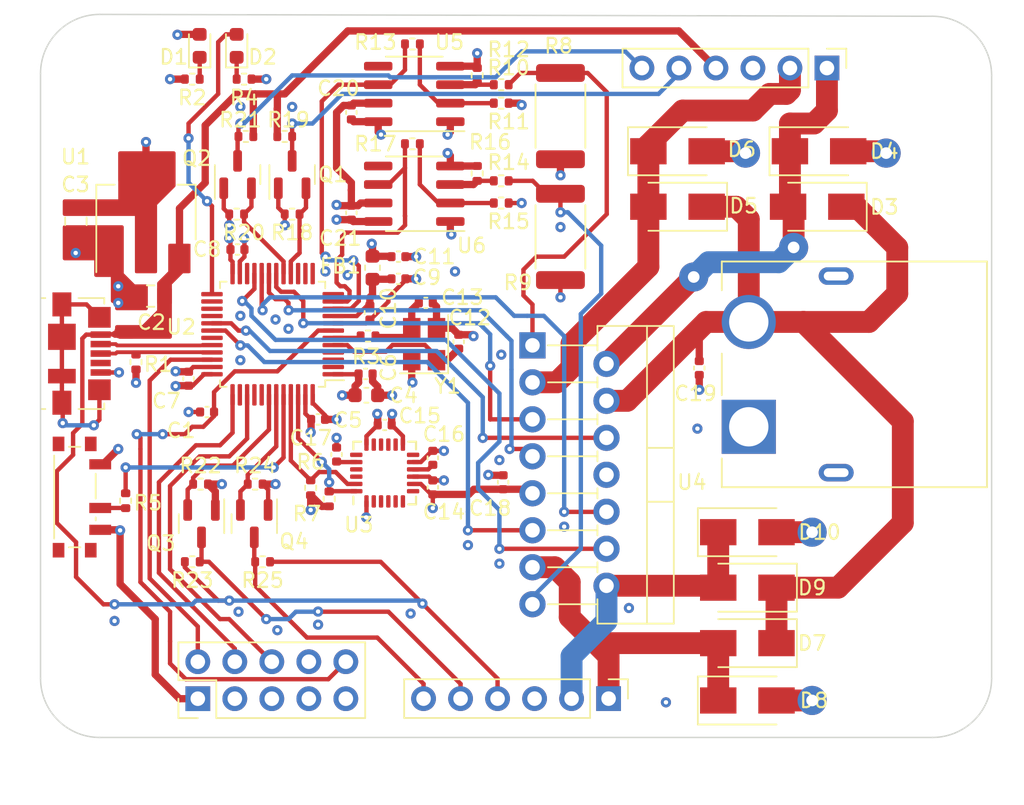
<source format=kicad_pcb>
(kicad_pcb (version 20211014) (generator pcbnew)
  (layers (0 "F.Cu" signal) (1 "In1.Cu" power) (2 "In2.Cu" power) (31 "B.Cu" signal) (34 "B.Paste" user) (35 "F.Paste" user) (36 "B.SilkS" user "B.Silkscreen") (37 "F.SilkS" user "F.Silkscreen") (38 "B.Mask" user) (39 "F.Mask" user) (44 "Edge.Cuts" user))
  (net 0 "")
  (net 1 "GND")
  (net 2 "NRST")
  (net 3 "V_ENC")
  (net 4 "+3V3")
  (net 5 "+3.3VA")
  (net 6 "HSE_IN")
  (net 7 "Net-(C13-Pad1)")
  (net 8 "Net-(C16-Pad1)")
  (net 9 "Net-(C17-Pad1)")
  (net 10 "+12V")
  (net 11 "/PWR_LED_K")
  (net 12 "/IND_LED_K")
  (net 13 "LED_STATUS")
  (net 14 "MA_OUT1")
  (net 15 "MA_OUT2")
  (net 16 "MB_OUT1")
  (net 17 "MB_OUT2")
  (net 18 "USB_D-")
  (net 19 "USB_D+")
  (net 21 "unconnected-(J1-Pad6)")
  (net 22 "SWDIO")
  (net 23 "SWCLK")
  (net 24 "SWO")
  (net 27 "MA_ENC_CH1")
  (net 28 "HSE_OUT")
  (net 29 "Net-(R5-Pad1)")
  (net 30 "BOOT0")
  (net 31 "I2C1_SCL")
  (net 32 "I2C1_SDA")
  (net 33 "MA_RS")
  (net 34 "MB_RS")
  (net 35 "Net-(R10-Pad1)")
  (net 36 "Net-(R11-Pad1)")
  (net 37 "MA_RS_OUT")
  (net 38 "Net-(R14-Pad1)")
  (net 39 "Net-(R15-Pad1)")
  (net 40 "MB_RS_OUT")
  (net 48 "MA_IN1")
  (net 49 "MA_IN2")
  (net 50 "MB_IN1")
  (net 51 "MB_IN2")
  (net 56 "MA_EN")
  (net 57 "MB_EN")
  (net 67 "MA_ENC_CH2")
  (net 68 "MB_ENC_CH1")
  (net 69 "MB_ENC_CH2")
  (net 70 "/MA_ENC_CH1_RAW")
  (net 71 "/MA_ENC_CH2_RAW")
  (net 72 "/MB_ENC_CH2_RAW")
  (net 73 "/MB_ENC_CH1_RAW")
  (footprint "Diode_SMD:D_SMA" (layer "F.Cu") (at 69.85 67.437 180)
    (fp_text reference "D7")
    (fp_text value "US1M")
  )
  (footprint "Diode_SMD:D_0603_1608Metric" (layer "F.Cu") (at 34.798 26.416 90)
    (fp_text reference "D2")
    (fp_text value "Green")
  )
  (footprint "Resistor_SMD:R_0402_1005Metric" (layer "F.Cu") (at 46.861 26.289)
    (fp_text reference "R13")
    (fp_text value "100k")
  )
  (footprint "Capacitor_SMD:C_0402_1005Metric" (layer "F.Cu") (at 43.646 48.946)
    (fp_text reference "C6")
    (fp_text value "100n")
  )
  (footprint "Diode_SMD:D_SMA" (layer "F.Cu") (at 74.644 37.465 180)
    (fp_text reference "D3")
    (fp_text value "US1M")
  )
  (footprint "Diode_SMD:D_0603_1608Metric" (layer "F.Cu") (at 32.258 26.416 90)
    (fp_text reference "D1")
    (fp_text value "Red")
  )
  (footprint "Button_Switch_SMD:SW_SPDT_PCM12" (layer "F.Cu") (at 24.003 57.404 -90)
    (fp_text reference "SW1")
    (fp_text value "SW_SPDT")
  )
  (footprint "Capacitor_SMD:C_0402_1005Metric" (layer "F.Cu") (at 53.086 56.388 -90)
    (fp_text reference "C18")
    (fp_text value "100n")
  )
  (footprint "Diode_SMD:D_SMA" (layer "F.Cu") (at 74.771 33.655)
    (fp_text reference "D4")
    (fp_text value "US1M")
  )
  (footprint "Resistor_SMD:R_0402_1005Metric" (layer "F.Cu") (at 31.752 28.702)
    (fp_text reference "R2")
    (fp_text value "1k")
  )
  (footprint "Resistor_SMD:R_0402_1005Metric" (layer "F.Cu") (at 27.8892 48.131 90)
    (fp_text reference "R1")
    (fp_text value "1k5")
  )
  (footprint "Resistor_SMD:R_0402_1005Metric" (layer "F.Cu") (at 34.796 37.973)
    (fp_text reference "R20")
    (fp_text value "10k")
  )
  (footprint "Capacitor_SMD:C_0805_2012Metric" (layer "F.Cu") (at 23.763 38.472 -90)
    (fp_text reference "C3")
    (fp_text value "22u")
  )
  (footprint "Resistor_SMD:R_2512_6332Metric" (layer "F.Cu") (at 57.021 31.242 -90)
    (fp_text reference "R8")
    (fp_text value "7m")
  )
  (footprint "Resistor_SMD:R_0402_1005Metric" (layer "F.Cu") (at 36.578 61.849 180)
    (fp_text reference "R25")
    (fp_text value "10k")
  )
  (footprint "Package_TO_SOT_SMD:SOT-23" (layer "F.Cu") (at 38.606 35.2575 90)
    (fp_text reference "Q1")
    (fp_text value "BSS138")
  )
  (footprint "Resistor_SMD:R_0402_1005Metric" (layer "F.Cu") (at 51.306 35.177 -90)
    (fp_text reference "R16")
    (fp_text value "100k")
  )
  (footprint "Resistor_SMD:R_0402_1005Metric" (layer "F.Cu") (at 52.957 30.353)
    (fp_text reference "R11")
    (fp_text value "1k")
  )
  (footprint "Resistor_SMD:R_0402_1005Metric" (layer "F.Cu") (at 38.096 32.639)
    (fp_text reference "R19")
    (fp_text value "10k")
  )
  (footprint "Package_TO_SOT_SMD:SOT-23" (layer "F.Cu") (at 36.007 59.2305 -90)
    (fp_text reference "Q4")
    (fp_text value "BSS138")
  )
  (footprint "Capacitor_SMD:C_0402_1005Metric" (layer "F.Cu") (at 31.496 49.276 90)
    (fp_text reference "C7")
    (fp_text value "100n")
  )
  (footprint "Inductor_SMD:L_0603_1608Metric" (layer "F.Cu") (at 44.1224 41.656 90)
    (fp_text reference "FB1")
    (fp_text value "120R")
  )
  (footprint "Resistor_SMD:R_0402_1005Metric" (layer "F.Cu") (at 41.148 57.533 90)
    (fp_text reference "R7")
    (fp_text value "2k2")
  )
  (footprint "Diode_SMD:D_SMA" (layer "F.Cu") (at 69.85 71.374)
    (fp_text reference "D8")
    (fp_text value "US1M")
  )
  (footprint "Capacitor_SMD:C_0402_1005Metric" (layer "F.Cu") (at 45.9004 42.418)
    (fp_text reference "C9")
    (fp_text value "10n")
  )
  (footprint "Capacitor_SMD:C_0603_1608Metric" (layer "F.Cu") (at 43.701 50.41)
    (fp_text reference "C4")
    (fp_text value "10u")
  )
  (footprint "Connector_PinHeader_2.54mm:PinHeader_2x05_P2.54mm_Vertical" (layer "F.Cu") (at 32.131 71.252 90)
    (fp_text reference "J2")
    (fp_text value "Conn_02x05_Odd_Even")
  )
  (footprint "Connector_AMASS:AMASS_XT60PW-M" (layer "F.Cu") (at 75.946 48.978 -90)
    (fp_text reference "J3")
    (fp_text value "Motor Power")
  )
  (footprint "Resistor_SMD:R_0402_1005Metric" (layer "F.Cu") (at 39.878 56.769 90)
    (fp_text reference "R6")
    (fp_text value "2k2")
  )
  (footprint "Resistor_SMD:R_0402_1005Metric" (layer "F.Cu") (at 35.431 32.639 180)
    (fp_text reference "R21")
    (fp_text value "10k")
  )
  (footprint "Resistor_SMD:R_0402_1005Metric" (layer "F.Cu") (at 27.178 57.656 90)
    (fp_text reference "R5")
    (fp_text value "10k")
  )
  (footprint "MountingHole:MountingHole_3.2mm_M3" (layer "F.Cu") (at 25.4 28.321)
    (fp_text reference "H1")
    (fp_text value "MountingHole")
  )
  (footprint "Capacitor_SMD:C_0402_1005Metric" (layer "F.Cu") (at 32.766 51.562)
    (fp_text reference "C1")
    (fp_text value "100n")
  )
  (footprint "Resistor_SMD:R_0402_1005Metric" (layer "F.Cu") (at 51.306 28.448 -90)
    (fp_text reference "R12")
    (fp_text value "100k")
  )
  (footprint "Package_QFP:LQFP-48_7x7mm_P0.5mm" (layer "F.Cu") (at 37.266 46.221 180)
    (fp_text reference "U2")
    (fp_text value "STM32F103C8T6")
  )
  (footprint "Diode_SMD:D_SMA" (layer "F.Cu") (at 69.85 63.627 180)
    (fp_text reference "D9")
    (fp_text value "US1M")
  )
  (footprint "Resistor_SMD:R_0402_1005Metric" (layer "F.Cu") (at 46.859 33.145)
    (fp_text reference "R17")
    (fp_text value "100k")
  )
  (footprint "Capacitor_SMD:C_0402_1005Metric" (layer "F.Cu") (at 45.9004 40.894)
    (fp_text reference "C11")
    (fp_text value "1u")
  )
  (footprint "Package_TO_SOT_SMD:SOT-23" (layer "F.Cu") (at 34.862 35.2575 90)
    (fp_text reference "Q2")
    (fp_text value "BSS138")
  )
  (footprint "Resistor_SMD:R_0402_1005Metric" (layer "F.Cu") (at 43.816 46.346 180)
    (fp_text reference "R3")
    (fp_text value "47")
  )
  (footprint "Capacitor_SMD:C_0402_1005Metric" (layer "F.Cu") (at 41.656 54.483 90)
    (fp_text reference "C17")
    (fp_text value "2n2")
  )
  (footprint "MountingHole:MountingHole_3.2mm_M3" (layer "F.Cu") (at 25.4 69.85)
    (fp_text reference "H3")
    (fp_text value "MountingHole")
  )
  (footprint "MountingHole:MountingHole_3.2mm_M3" (layer "F.Cu") (at 82.55 69.85)
    (fp_text reference "H4")
    (fp_text value "MountingHole")
  )
  (footprint "Package_TO_SOT_THT:TO-220-15_P2.54x2.54mm_StaggerOdd_Lead4.58mm_Vertical" (layer "F.Cu") (at 55.101 46.985 -90)
    (fp_text reference "U4")
    (fp_text value "L298HN")
  )
  (footprint "Resistor_SMD:R_2512_6332Metric" (layer "F.Cu") (at 57.021 39.5385 -90)
    (fp_text reference "R9")
    (fp_text value "7m")
  )
  (footprint "Package_SO:SOIC-8_3.9x4.9mm_P1.27mm" (layer "F.Cu") (at 46.988 29.718 180)
    (fp_text reference "U5")
    (fp_text value "OP07")
  )
  (footprint "Capacitor_SMD:C_0402_1005Metric" (layer "F.Cu") (at 47.78 44.069)
    (fp_text reference "C13")
    (fp_text value "6.8p")
  )
  (footprint "Connector_PinHeader_2.54mm:PinHeader_1x06_P2.54mm_Vertical" (layer "F.Cu") (at 75.311 27.94 -90)
    (fp_text reference "J4")
    (fp_text value "Conn_01x06")
  )
  (footprint "Resistor_SMD:R_0402_1005Metric" (layer "F.Cu") (at 36.068 56.515 180)
    (fp_text reference "R24")
    (fp_text value "10k")
  )
  (footprint "Crystal:Crystal_SMD_3225-4Pin_3.2x2.5mm" (layer "F.Cu") (at 47.664 46.906 90)
    (fp_text reference "Y1")
    (fp_text value "16M")
  )
  (footprint "Connector_USB:USB_Micro-B_Molex_47346-0001" (layer "F.Cu") (at 24.003 47.5488 -90)
    (fp_text reference "J1")
    (fp_text value "USB_B_Micro")
  )
  (footprint "Capacitor_SMD:C_0402_1005Metric" (layer "F.Cu") (at 50.038 46.736 90)
    (fp_text reference "C12")
    (fp_text value "6.8p")
  )
  (footprint "Resistor_SMD:R_0402_1005Metric" (layer "F.Cu") (at 38.606 37.973)
    (fp_text reference "R18")
    (fp_text value "10k")
  )
  (footprint "Capacitor_SMD:C_0402_1005Metric" (layer "F.Cu") (at 48.26 56.741 90)
    (fp_text reference "C14")
    (fp_text value "10n")
  )
  (footprint "Resistor_SMD:R_0402_1005Metric" (layer "F.Cu") (at 52.957 35.687)
    (fp_text reference "R14")
    (fp_text value "1k")
  )
  (footprint "Diode_SMD:D_SMA" (layer "F.Cu") (at 65.056 33.655)
    (fp_text reference "D6")
    (fp_text value "US1M")
  )
  (footprint "Sensor_Motion:InvenSense_QFN-24_4x4mm_P0.5mm" (layer "F.Cu") (at 44.958 55.753 90)
    (fp_text reference "U3")
    (fp_text value "MPU-6050")
  )
  (footprint "Package_TO_SOT_SMD:SOT-223-3_TabPin2" (layer "F.Cu") (at 28.575 37.862 90)
    (fp_text reference "U1")
    (fp_text value "AMS1117-3.3")
  )
  (footprint "MountingHole:MountingHole_3.2mm_M3" (layer "F.Cu") (at 82.55 28.321)
    (fp_text reference "H2")
    (fp_text value "MountingHole")
  )
  (footprint "Diode_SMD:D_SMA" (layer "F.Cu") (at 69.85 59.817)
    (fp_text reference "D10")
    (fp_text value "US1M")
  )
  (footprint "Resistor_SMD:R_0402_1005Metric" (layer "F.Cu") (at 31.752 61.849)
    (fp_text reference "R23")
    (fp_text value "10k")
  )
  (footprint "Resistor_SMD:R_0402_1005Metric" (layer "F.Cu") (at 35.308 28.702 180)
    (fp_text reference "R4")
    (fp_text value "1k")
  )
  (footprint "Capacitor_SMD:C_0402_1005Metric" (layer "F.Cu") (at 66.548 48.542 90)
    (fp_text reference "C19")
    (fp_text value "100n")
  )
  (footprint "Capacitor_SMD:C_0402_1005Metric" (layer "F.Cu") (at 34.852 40.403)
    (fp_text reference "C8")
    (fp_text value "100n")
  )
  (footprint "Capacitor_SMD:C_0402_1005Metric" (layer "F.Cu") (at 42.67 30.988 -90)
    (fp_text reference "C20")
    (fp_text value "100n")
  )
  (footprint "Capacitor_SMD:C_0402_1005Metric" (layer "F.Cu") (at 48.26 54.709 90)
    (fp_text reference "C16")
    (fp_text value "100n")
  )
  (footprint "Capacitor_SMD:C_0402_1005Metric" (layer "F.Cu") (at 43.942 44.732 -90)
    (fp_text reference "C10")
    (fp_text value "1u")
  )
  (footprint "Resistor_SMD:R_0402_1005Metric" (layer "F.Cu") (at 32.319 56.515 180)
    (fp_text reference "R22")
    (fp_text value "10k")
  )
  (footprint "Resistor_SMD:R_0402_1005Metric" (layer "F.Cu") (at 52.957 37.211)
    (fp_text reference "R15")
    (fp_text value "1k")
  )
  (footprint "Capacitor_SMD:C_0402_1005Metric" (layer "F.Cu") (at 40.386 52.07 180)
    (fp_text reference "C5")
    (fp_text value "100n")
  )
  (footprint "Capacitor_SMD:C_0805_2012Metric" (layer "F.Cu") (at 28.895 43.602 180)
    (fp_text reference "C2")
    (fp_text value "22u")
  )
  (footprint "Package_TO_SOT_SMD:SOT-23" (layer "F.Cu") (at 32.385 59.2305 -90)
    (fp_text reference "Q3")
    (fp_text value "BSS138")
  )
  (footprint "Capacitor_SMD:C_0402_1005Metric" (layer "F.Cu") (at 44.958 52.451 180)
    (fp_text reference "C15")
    (fp_text value "100n")
  )
  (footprint "Connector_PinHeader_2.54mm:PinHeader_1x06_P2.54mm_Vertical" (layer "F.Cu") (at 60.325 71.247 -90)
    (fp_text reference "J5")
    (fp_text value "Conn_01x06")
  )
  (footprint "Diode_SMD:D_SMA" (layer "F.Cu") (at 65.056 37.465 180)
    (fp_text reference "D5")
    (fp_text value "US1M")
  )
  (footprint "Resistor_SMD:R_0402_1005Metric" (layer "F.Cu") (at 52.957 29.083)
    (fp_text reference "R10")
    (fp_text value "1k")
  )
  (footprint "Package_SO:SOIC-8_3.9x4.9mm_P1.27mm" (layer "F.Cu") (at 46.988 36.574 180)
    (fp_text reference "U6")
    (fp_text value "OP07")
  )
  (footprint "Capacitor_SMD:C_0402_1005Metric" (layer "F.Cu") (at 42.67 37.874 -90)
    (fp_text reference "C21")
    (fp_text value "100n")
  )
  (gr_arc (start 21.336 28.321) (mid 22.526318 25.447318) (end 25.4 24.257) (layer "Edge.Cuts") (width 0.1))
  (gr_line (start 82.55 73.914) (end 25.4 73.914) (layer "Edge.Cuts") (width 0.1))
  (gr_arc (start 86.614 69.85) (mid 85.423682 72.723682) (end 82.55 73.914) (layer "Edge.Cuts") (width 0.1))
  (gr_line (start 86.614 28.448) (end 86.614 69.85) (layer "Edge.Cuts") (width 0.1))
  (gr_arc (start 82.55 24.384) (mid 85.423682 25.574318) (end 86.614 28.448) (layer "Edge.Cuts") (width 0.1))
  (gr_line (start 21.336 69.85) (end 21.336 28.321) (layer "Edge.Cuts") (width 0.1))
  (gr_line (start 25.4 24.257) (end 82.55 24.384) (layer "Edge.Cuts") (width 0.1))
  (gr_arc (start 25.4 73.914) (mid 22.526318 72.723682) (end 21.336 69.85) (layer "Edge.Cuts") (width 0.1))
  (segment (start 57.021 42.501) (end 57.021 43.686) (width 0.3) (layer "F.Cu") (net 1))
  (segment (start 49.463 32.325) (end 49.276 32.512) (width 0.5) (layer "F.Cu") (net 1))
  (segment (start 46.3804 40.894) (end 47.117 40.894) (width 0.5) (layer "F.Cu") (net 1))
  (segment (start 35.016 42.0585) (end 35.016 41.219959) (width 0.3) (layer "F.Cu") (net 1))
  (segment (start 25.433 55.154) (end 25.618 55.154) (width 0.5) (layer "F.Cu") (net 1))
  (segment (start 54.229 30.353) (end 54.356 30.48) (width 0.5) (layer "F.Cu") (net 1))
  (segment (start 51.181 27.813) (end 51.306 27.938) (width 0.5) (layer "F.Cu") (net 1))
  (segment (start 48.002 56.003) (end 48.26 56.261) (width 0.3) (layer "F.Cu") (net 1))
  (segment (start 42.795 38.479) (end 42.67 38.354) (width 0.5) (layer "F.Cu") (net 1))
  (segment (start 31.496 48.796) (end 30.635 48.796) (width 0.5) (layer "F.Cu") (net 1))
  (segment (start 44.478 51.717) (end 44.45 51.689) (width 0.5) (layer "F.Cu") (net 1))
  (segment (start 43.708 58.781) (end 43.688 58.801) (width 0.3) (layer "F.Cu") (net 1))
  (segment (start 45.457 50.41) (end 45.466 50.419) (width 0.5) (layer "F.Cu") (net 1))
  (segment (start 35.332 40.903959) (end 35.332 40.403) (width 0.3) (layer "F.Cu") (net 1))
  (segment (start 50.955 46.256) (end 51.054 46.355) (width 0.5) (layer "F.Cu") (net 1))
  (segment (start 57.021 43.686) (end 57.023 43.688) (width 0.3) (layer "F.Cu") (net 1))
  (segment (start 42.67 38.354) (end 41.656 38.354) (width 0.5) (layer "F.Cu") (net 1))
  (segment (start 43.942 45.212) (end 43.984965 45.212) (width 0.3) (layer "F.Cu") (net 1))
  (segment (start 50.038 46.256) (end 50.955 46.256) (width 0.5) (layer "F.Cu") (net 1))
  (segment (start 41.656 54.003) (end 41.656 53.34) (width 0.3) (layer "F.Cu") (net 1))
  (segment (start 44.476 50.41) (end 44.476 49.81) (width 0.5) (layer "F.Cu") (net 1))
  (segment (start 49.463 27.813) (end 51.181 27.813) (width 0.5) (layer "F.Cu") (net 1))
  (segment (start 44.513 31.623) (end 44.513 32.321) (width 0.5) (layer "F.Cu") (net 1))
  (segment (start 46.3804 42.418) (end 47.117 42.418) (width 0.5) (layer "F.Cu") (net 1))
  (segment (start 46.3804 42.5196) (end 46.3804 42.418) (width 0.3) (layer "F.Cu") (net 1))
  (segment (start 47.434041 55.003) (end 48.208041 54.229) (width 0.3) (layer "F.Cu") (net 1))
  (segment (start 44.478 52.451) (end 44.478 51.717) (width 0.5) (layer "F.Cu") (net 1))
  (segment (start 41.4285 45.471) (end 43.683 45.471) (width 0.3) (layer "F.Cu") (net 1))
  (segment (start 32.286 51.562) (end 31.496 51.562) (width 0.3) (layer "F.Cu") (net 1))
  (segment (start 31.821 48.471) (end 31.496 48.796) (width 0.3) (layer "F.Cu") (net 1))
  (segment (start 49.588 45.806) (end 50.038 46.256) (width 0.5) (layer "F.Cu") (net 1))
  (segment (start 46.814 49.481) (end 46.863 49.53) (width 0.5) (layer "F.Cu") (net 1))
  (segment (start 76.771 33.655) (end 79.248 33.655) (width 1.5) (layer "F.Cu") (net 1))
  (segment (start 49.463 34.669) (end 49.463 33.969) (width 0.5) (layer "F.Cu") (net 1))
  (segment (start 44.476 49.81) (end 44.126 49.46) (width 0.5) (layer "F.Cu") (net 1))
  (segment (start 53.467 30.353) (end 54.229 30.353) (width 0.5) (layer "F.Cu") (net 1))
  (segment (start 43.984965 45.212) (end 45.212 43.984965) (width 0.3) (layer "F.Cu") (net 1))
  (segment (start 57.021 35.304) (end 57.023 35.306) (width 0.5) (layer "F.Cu") (net 1))
  (segment (start 48.514 45.806) (end 49.588 45.806) (width 0.5) (layer "F.Cu") (net 1))
  (segment (start 35.818 28.702) (end 36.83 28.702) (width 0.5) (layer "F.Cu") (net 1))
  (segment (start 79.248 33.655) (end 79.375 33.782) (width 1.5) (layer "F.Cu") (net 1))
  (segment (start 39.906 52.931) (end 39.878 52.959) (width 0.5) (layer "F.Cu") (net 1))
  (segment (start 49.463 31.623) (end 49.463 32.325) (width 0.5) (layer "F.Cu") (net 1))
  (segment (start 43.708 53.803) (end 43.708 53.221) (width 0.3) (layer "F.Cu") (net 1))
  (segment (start 53.467 37.211) (end 54.356 37.211) (width 0.3) (layer "F.Cu") (net 1))
  (segment (start 43.683 45.471) (end 43.942 45.212) (width 0.3) (layer "F.Cu") (net 1))
  (segment (start 51.304 34.669) (end 51.306 34.667) (width 0.5) (layer "F.Cu") (net 1))
  (segment (start 44.513 31.623) (end 42.825 31.623) (width 0.5) (layer "F.Cu") (net 1))
  (segment (start 67.056 33.655) (end 69.596 33.655) (width 1.5) (layer "F.Cu") (net 1))
  (segment (start 46.908 56.003) (end 48.002 56.003) (width 0.3) (layer "F.Cu") (net 1))
  (segment (start 49.463 39.303) (end 49.53 39.37) (width 0.5) (layer "F.Cu") (net 1))
  (segment (start 49.463 33.969) (end 49.276 33.782) (width 0.5) (layer "F.Cu") (net 1))
  (segment (start 52.098 55.908) (end 52.07 55.88) (width 0.5) (layer "F.Cu") (net 1))
  (segment (start 33.1035 48.471) (end 31.821 48.471) (width 0.3) (layer "F.Cu") (net 1))
  (segment (start 30.635 48.796) (end 30.607 48.768) (width 0.5) (layer "F.Cu") (net 1))
  (segment (start 35.332 39.65) (end 35.306 39.624) (width 0.3) (layer "F.Cu") (net 1))
  (segment (start 71.85 71.374) (end 74.295 71.374) (width 1.5) (layer "F.Cu") (net 1))
  (segment (start 51.306 26.926) (end 51.308 26.924) (width 0.5) (layer "F.Cu") (net 1))
  (segment (start 48.208041 54.229) (end 48.26 54.229) (width 0.3) (layer "F.Cu") (net 1))
  (segment (start 71.85 59.817) (end 74.295 59.817) (width 1.5) (layer "F.Cu") (net 1))
  (segment (start 53.086 55.908) (end 52.098 55.908) (width 0.5) (layer "F.Cu") (net 1))
  (segment (start 57.021 34.2045) (end 57.021 35.304) (width 0.5) (layer "F.Cu") (net 1))
  (segment (start 35.016 41.219959) (end 35.332 40.903959) (width 0.3) (layer "F.Cu") (net 1))
  (segment (start 44.513 38.479) (end 42.795 38.479) (width 0.5) (layer "F.Cu") (net 1))
  (segment (start 35.332 40.403) (end 35.332 39.65) (width 0.3) (layer "F.Cu") (net 1))
  (segment (start 43.708 57.703) (end 43.708 58.781) (width 0.3) (layer "F.Cu") (net 1))
  (segment (start 39.516 51.68) (end 39.906 52.07) (width 0.3) (layer "F.Cu") (net 1))
  (segment (start 48.26 54.229) (end 49.022 54.229) (width 0.3) (layer "F.Cu") (net 1))
  (segment (start 44.126 49.46) (end 44.126 48.946) (width 0.5) (layer "F.Cu") (net 1))
  (segment (start 25.618 55.154) (end 26.67 54.102) (width 0.5) (layer "F.Cu") (net 1))
  (segment (start 39.906 52.07) (end 39.906 52.931) (width 0.5) (layer "F.Cu") (net 1))
  (segment (start 31.242 28.702) (end 30.226 28.702) (width 0.5) (layer "F.Cu") (net 1))
  (segment (start 66.548 49.022) (end 66.548 50.038) (width 0.5) (layer "F.Cu") (net 1))
  (segment (start 48.514 44.323) (end 48.26 44.069) (width 0.5) (layer "F.Cu") (net 1))
  (segment (start 43.708 53.221) (end 44.478 52.451) (width 0.3) (layer "F.Cu") (net 1))
  (segment (start 44.476 50.41) (end 45.457 50.41) (width 0.5) (layer "F.Cu") (net 1))
  (segment (start 48.514 45.806) (end 48.514 44.323) (width 0.5) (layer "F.Cu") (net 1))
  (segment (start 49.463 34.669) (end 51.304 34.669) (width 0.5) (layer "F.Cu") (net 1))
  (segment (start 51.306 27.938) (end 51.306 26.926) (width 0.5) (layer "F.Cu") (net 1))
  (segment (start 42.825 31.623) (end 42.67 31.468) (width 0.5) (layer "F.Cu") (net 1))
  (segment (start 25.463 48.8488) (end 26.7162 48.8488) (width 0.3) (layer "F.Cu") (net 1))
  (segment (start 26.7162 48.8488) (end 26.7208 48.8442) (width 0.3) (layer "F.Cu") (net 1))
  (segment (start 45.212 43.984965) (end 45.212 43.688) (width 0.3) (layer "F.Cu") (net 1))
  (segment (start 48.26 56.261) (end 49.022 56.261) (width 0.3) (layer "F.Cu") (net 1))
  (segment (start 39.516 50.3835) (end 39.516 51.68) (width 0.3) (layer "F.Cu") (net 1))
  (segment (start 45.212 43.688) (end 46.3804 42.5196) (width 0.3) (layer "F.Cu") (net 1))
  (segment (start 44.513 32.321) (end 44.704 32.512) (width 0.5) (layer "F.Cu") (net 1))
  (segment (start 46.814 48.006) (end 46.814 49.481) (width 0.5) (layer "F.Cu") (net 1))
  (segment (start 69.596 33.655) (end 69.723 33.782) (width 1.5) (layer "F.Cu") (net 1))
  (segment (start 49.463 38.479) (end 49.463 39.303) (width 0.5) (layer "F.Cu") (net 1))
  (segment (start 46.908 55.003) (end 47.434041 55.003) (width 0.3) (layer "F.Cu") (net 1))
  (via (at 54.356 37.211) (size 0.7) (drill 0.3) (layers "F.Cu" "B.Cu") (net 1))
  (via (at 26.67 54.102) (size 0.7) (drill 0.3) (layers "F.Cu" "B.Cu") (net 1))
  (via (at 46.863 49.53) (size 0.7) (drill 0.3) (layers "F.Cu" "B.Cu") (net 1))
  (via (at 40.894 41.91) (size 0.7) (drill 0.3) (layers "F.Cu" "B.Cu") (net 1))
  (via (at 37.465 45.212) (size 0.7) (drill 0.3) (layers "F.Cu" "B.Cu") (net 1))
  (via (at 61.722 65.024) (size 0.7) (drill 0.3) (layers "F.Cu" "B.Cu") (net 1))
  (via (at 66.548 50.038) (size 0.7) (drill 0.3) (layers "F.Cu" "B.Cu") (net 1))
  (via (at 49.022 56.261) (size 0.7) (drill 0.3) (layers "F.Cu" "B.Cu") (net 1))
  (via (at 64.262 71.501) (size 0.7) (drill 0.3) (layers "F.Cu" "B.Cu") (net 1))
  (via (at 38.608 30.607) (size 0.7) (drill 0.3) (layers "F.Cu" "B.Cu") (net 1))
  (via (at 41.656 53.34) (size 0.7) (drill 0.3) (layers "F.Cu" "B.Cu") (net 1))
  (via (at 35.052 30.607) (size 0.7) (drill 0.3) (layers "F.Cu" "B.Cu") (net 1))
  (via (at 54.356 30.48) (size 0.7) (drill 0.3) (layers "F.Cu" "B.Cu") (net 1))
  (via (at 35.052 44.958) (size 0.7) (drill 0.3) (layers "F.Cu" "B.Cu") (net 1))
  (via (at 51.054 46.355) (size 0.7) (drill 0.3) (layers "F.Cu" "B.Cu") (net 1))
  (via (at 57.023 35.306) (size 0.7) (drill 0.3) (layers "F.Cu" "B.Cu") (net 1))
  (via (at 34.925 65.278) (size 0.7) (drill 0.3) (layers "F.Cu" "B.Cu") (net 1))
  (via (at 26.7208 48.8442) (size 0.7) (drill 0.3) (layers "F.Cu" "B.Cu") (net 1))
  (via (at 52.832 54.864) (size 0.7) (drill 0.3) (layers "F.Cu" "B.Cu") (net 1))
  (via (at 52.07 55.88) (size 0.7) (drill 0.3) (layers "F.Cu" "B.Cu") (net 1))
  (via (at 23.749 40.64) (size 0.7) (drill 0.3) (layers "F.Cu" "B.Cu") (net 1))
  (via (at 44.45 51.689) (size 0.7) (drill 0.3) (layers "F.Cu" "B.Cu") (net 1))
  (via (at 39.878 52.959) (size 0.7) (drill 0.3) (layers "F.Cu" "B.Cu") (net 1))
  (via (at 79.375 33.782) (size 2) (drill 0.8) (layers "F.Cu" "B.Cu") (net 1))
  (via (at 26.67 44.069) (size 0.7) (drill 0.3) (layers "F.Cu" "B.Cu") (net 1))
  (via (at 52.959 47.625) (size 0.7) (drill 0.3) (layers "F.Cu" "B.Cu") (net 1))
  (via (at 49.276 33.782) (size 0.7) (drill 0.3) (layers "F.Cu" "B.Cu") (net 1))
  (via (at 47.117 40.894) (size 0.7) (drill 0.3) (layers "F.Cu" "B.Cu") (net 1))
  (via (at 51.308 26.924) (size 0.7) (drill 0.3) (layers "F.Cu" "B.Cu") (net 1))
  (via (at 49.022 54.229) (size 0.7) (drill 0.3) (layers "F.Cu" "B.Cu") (net 1))
  (via (at 52.832 61.976) (size 0.7) (drill 0.3) (layers "F.Cu" "B.Cu") (net 1))
  (via (at 74.295 71.374) (size 2) (drill 0.8) (layers "F.Cu" "B.Cu") (net 1))
  (via (at 46.736 65.405) (size 0.7) (drill 0.3) (layers "F.Cu" "B.Cu") (net 1))
  (via (at 26.67 42.926) (size 0.7) (drill 0.3) (layers "F.Cu" "B.Cu") (net 1))
  (via (at 66.421 52.705) (size 0.7) (drill 0.3) (layers "F.Cu" "B.Cu") (net 1))
  (via (at 35.306 39.624) (size 0.7) (drill 0.3) (layers "F.Cu" "B.Cu") (net 1))
  (via (at 42.418 42.164) (size 0.7) (drill 0.3) (layers "F.Cu" "B.Cu") (net 1))
  (via (at 31.496 51.562) (size 0.7) (drill 0.3) (layers "F.Cu" "B.Cu") (net 1))
  (via (at 41.656 38.354) (size 0.7) (drill 0.3) (layers "F.Cu" "B.Cu") (net 1))
  (via (at 49.784 41.91) (size 0.7) (drill 0.3) (layers "F.Cu" "B.Cu") (net 1))
  (via (at 57.023 43.688) (size 0.7) (drill 0.3) (layers "F.Cu" "B.Cu") (net 1))
  (via (at 37.592 66.548) (size 0.7) (drill 0.3) (layers "F.Cu" "B.Cu") (net 1))
  (via (at 38.354 45.847) (size 0.7) (drill 0.3) (layers "F.Cu" "B.Cu") (net 1))
  (via (at 44.704 32.512) (size 0.7) (drill 0.3) (layers "F.Cu" "B.Cu") (net 1))
  (via (at 50.673 60.706) (size 0.7) (drill 0.3) (layers "F.Cu" "B.Cu") (net 1))
  (via (at 36.83 28.702) (size 0.7) (drill 0.3) (layers "F.Cu" "B.Cu") (net 1))
  (via (at 40.386 66.167) (size 0.7) (drill 0.3) (layers "F.Cu" "B.Cu") (net 1))
  (via (at 49.53 39.37) (size 0.7) (drill 0.3) (layers "F.Cu" "B.Cu") (net 1))
  (via (at 69.723 33.782) (size 2) (drill 0.8) (layers "F.Cu" "B.Cu") (net 1))
  (via (at 47.117 42.418) (size 0.7) (drill 0.3) (layers "F.Cu" "B.Cu") (net 1))
  (via (at 35.052 48.006) (size 0.7) (drill 0.3) (layers "F.Cu" "B.Cu") (net 1))
  (via (at 57.023 38.862) (size 0.7) (drill 0.3) (layers "F.Cu" "B.Cu") (net 1))
  (via (at 74.295 59.817) (size 2) (drill 0.8) (layers "F.Cu" "B.Cu") (net 1))
  (via (at 30.607 48.768) (size 0.7) (drill 0.3) (layers "F.Cu" "B.Cu") (net 1))
  (via (at 43.688 58.801) (size 0.7) (drill 0.3) (layers "F.Cu" "B.Cu") (net 1))
  (via (at 45.466 50.419) (size 0.7) (drill 0.3) (layers "F.Cu" "B.Cu") (net 1))
  (via (at 30.226 28.702) (size 0.7) (drill 0.3) (layers "F.Cu" "B.Cu") (net 1))
  (via (at 26.416 65.913) (size 0.7) (drill 0.3) (layers "F.Cu" "B.Cu") (net 1))
  (via (at 49.276 32.512) (size 0.7) (drill 0.3) (layers "F.Cu" "B.Cu") (net 1))
  (via (at 57.277 59.436) (size 0.7) (drill 0.3) (layers "F.Cu" "B.Cu") (net 1))
  (segment (start 31.304 69.912) (end 30.988 69.596) (width 0.3) (layer "F.Cu") (net 2))
  (segment (start 31.242 53.086) (end 31.75 52.578) (width 0.3) (layer "F.Cu") (net 2))
  (segment (start 30.226 67.31) (end 30.226 65.278) (width 0.3) (layer "F.Cu") (net 2))
  (segment (start 30.988 69.596) (end 30.226 68.834) (width 0.3) (layer "F.Cu") (net 2))
  (segment (start 30.226 68.834) (end 30.226 67.31) (width 0.3) (layer "F.Cu") (net 2))
  (segment (start 34.671 48.768) (end 33.246 50.193) (width 0.3) (layer "F.Cu") (net 2))
  (segment (start 28.194 63.246) (end 28.194 54.102) (width 0.3) (layer "F.Cu") (net 2))
  (segment (start 32.512 52.578) (end 33.246 51.844) (width 0.3) (layer "F.Cu") (net 2))
  (segment (start 37.592 48.768) (end 34.671 48.768) (width 0.3) (layer "F.Cu") (net 2))
  (segment (start 29.718 53.086) (end 31.242 53.086) (width 0.3) (layer "F.Cu") (net 2))
  (segment (start 28.194 54.102) (end 28.194 53.34) (width 0.3) (layer "F.Cu") (net 2))
  (segment (start 28.448 63.5) (end 28.194 63.246) (width 0.3) (layer "F.Cu") (net 2))
  (segment (start 41.091 69.912) (end 31.304 69.912) (width 0.3) (layer "F.Cu") (net 2))
  (segment (start 42.291 68.712) (end 41.091 69.912) (width 0.3) (layer "F.Cu") (net 2))
  (segment (start 30.226 65.278) (end 28.448 63.5) (width 0.3) (layer "F.Cu") (net 2))
  (segment (start 33.246 50.193) (end 33.246 51.562) (width 0.3) (layer "F.Cu") (net 2))
  (segment (start 40.389 45.971) (end 37.592 48.768) (width 0.3) (layer "F.Cu") (net 2))
  (segment (start 28.194 53.34) (end 27.94 53.086) (width 0.3) (layer "F.Cu") (net 2))
  (segment (start 31.75 52.578) (end 32.512 52.578) (width 0.3) (layer "F.Cu") (net 2))
  (segment (start 41.4285 45.971) (end 40.389 45.971) (width 0.3) (layer "F.Cu") (net 2))
  (segment (start 33.246 51.844) (end 33.246 51.562) (width 0.3) (layer "F.Cu") (net 2))
  (via (at 29.718 53.086) (size 0.7) (drill 0.3) (layers "F.Cu" "B.Cu") (net 2))
  (via (at 27.94 53.086) (size 0.7) (drill 0.3) (layers "F.Cu" "B.Cu") (net 2))
  (segment (start 27.94 53.086) (end 29.718 53.086) (width 0.3) (layer "B.Cu") (net 2))
  (segment (start 37.592 30.734) (end 37.592 29.718) (width 0.5) (layer "F.Cu") (net 3))
  (segment (start 25.463 46.2488) (end 24.473 46.2488) (width 0.3) (layer "F.Cu") (net 3))
  (segment (start 65.143 25.392) (end 67.691 27.94) (width 0.5) (layer "F.Cu") (net 3))
  (segment (start 36.068 29.718) (end 37.592 29.718) (width 0.5) (layer "F.Cu") (net 3))
  (segment (start 24.473 46.2488) (end 24.2062 46.5156) (width 0.3) (layer "F.Cu") (net 3))
  (segment (start 42.426 25.392) (end 65.143 25.392) (width 0.5) (layer "F.Cu") (net 3))
  (segment (start 22.4536 59.182) (end 23.7744 60.5028) (width 0.3) (layer "F.Cu") (net 3))
  (segment (start 22.4536 55.626) (end 22.4536 59.182) (width 0.3) (layer "F.Cu") (net 3))
  (segment (start 30.875 41.012) (end 30.875 37.578) (width 0.5) (layer "F.Cu") (net 3))
  (segment (start 37.592 29.718) (end 38.1 29.718) (width 0.5) (layer "F.Cu") (net 3))
  (segment (start 35.941 32.639) (end 35.941 29.845) (width 0.5) (layer "F.Cu") (net 3))
  (segment (start 32.639 31.877) (end 34.798 29.718) (width 0.5) (layer "F.Cu") (net 3))
  (segment (start 25.654 64.77) (end 26.416 64.77) (width 0.3) (layer "F.Cu") (net 3))
  (segment (start 33.528 64.516) (end 34.29 64.516) (width 0.3) (layer "F.Cu") (net 3))
  (segment (start 30.875 37.578) (end 32.639 35.814) (width 0.5) (layer "F.Cu") (net 3))
  (segment (start 34.798 29.718) (end 36.068 29.718) (width 0.5) (layer "F.Cu") (net 3))
  (segment (start 23.7744 62.8904) (end 25.654 64.77) (width 0.3) (layer "F.Cu") (net 3))
  (segment (start 32.639 35.814) (end 32.639 31.877) (width 0.5) (layer "F.Cu") (net 3))
  (segment (start 44.6786 61.849) (end 47.5488 64.7192) (width 0.3) (layer "F.Cu") (net 3))
  (segment (start 24.2062 46.5156) (end 24.2062 52.3748) (width 0.3) (layer "F.Cu") (net 3))
  (segment (start 37.586 32.639) (end 37.586 30.74) (width 0.5) (layer "F.Cu") (net 3))
  (segment (start 37.586 30.74) (end 37.592 30.734) (width 0.5) (layer "F.Cu") (net 3))
  (segment (start 23.5712 54.5084) (end 22.4536 55.626) (width 0.3) (layer "F.Cu") (net 3))
  (segment (start 38.1 29.718) (end 42.426 25.392) (width 0.5) (layer "F.Cu") (net 3))
  (segment (start 37.088 61.849) (end 44.6786 61.849) (width 0.3) (layer "F.Cu") (net 3))
  (segment (start 23.7744 60.5028) (end 23.7744 62.8904) (width 0.3) (layer "F.Cu") (net 3))
  (segment (start 47.5488 64.7192) (end 52.705 69.8754) (width 0.3) (layer "F.Cu") (net 3))
  (segment (start 31.242 62.23) (end 33.528 64.516) (width 0.3) (layer "F.Cu") (net 3))
  (segment (start 24.2062 52.3748) (end 23.5712 53.0098) (width 0.3) (layer "F.Cu") (net 3))
  (segment (start 52.705 69.8754) (end 52.705 71.247) (width 0.3) (layer "F.Cu") (net 3))
  (segment (start 31.242 61.849) (end 31.242 62.23) (width 0.3) (layer "F.Cu") (net 3))
  (segment (start 35.941 29.845) (end 36.068 29.718) (width 0.5) (layer "F.Cu") (net 3))
  (segment (start 23.5712 53.0098) (end 23.5712 54.5084) (width 0.3) (layer "F.Cu") (net 3))
  (via (at 34.29 64.516) (size 0.7) (drill 0.3) (layers "F.Cu" "B.Cu") (net 3))
  (via (at 26.416 64.77) (size 0.7) (drill 0.3) (layers "F.Cu" "B.Cu") (net 3))
  (via (at 47.5488 64.7192) (size 0.7) (drill 0.3) (layers "F.Cu" "B.Cu") (net 3))
  (segment (start 34.29 64.516) (end 47.3456 64.516) (width 0.3) (layer "B.Cu") (net 3))
  (segment (start 26.416 64.77) (end 31.75 64.77) (width 0.3) (layer "B.Cu") (net 3))
  (segment (start 31.75 64.77) (end 32.004 64.516) (width 0.3) (layer "B.Cu") (net 3))
  (segment (start 32.004 64.516) (end 34.29 64.516) (width 0.3) (layer "B.Cu") (net 3))
  (segment (start 47.3456 64.516) (end 47.5488 64.7192) (width 0.3) (layer "B.Cu") (net 3))
  (segment (start 48.26 57.221) (end 48.26 58.166) (width 0.3) (layer "F.Cu") (net 4))
  (segment (start 48.26 57.221) (end 50.729 57.221) (width 0.5) (layer "F.Cu") (net 4))
  (segment (start 40.866 52.07) (end 41.656 52.07) (width 0.5) (layer "F.Cu") (net 4))
  (segment (start 31.778 49.756) (end 31.496 49.756) (width 0.3) (layer "F.Cu") (net 4))
  (segment (start 33.912 37.599) (end 34.286 37.973) (width 0.3) (layer "F.Cu") (net 4))
  (segment (start 32.829 56.515) (end 33.782 56.515) (width 0.5) (layer "F.Cu") (net 4))
  (segment (start 42.67 37.394) (end 42.67 36.324) (width 0.5) (layer "F.Cu") (net 4))
  (segment (start 33.335 58.293) (end 33.335 57.021) (width 0.5) (layer "F.Cu") (net 4))
  (segment (start 54.824 56.868) (end 55.101 57.145) (width 0.5) (layer "F.Cu") (net 4))
  (segment (start 42.67 37.394) (end 43.124 37.394) (width 0.5) (layer "F.Cu") (net 4))
  (segment (start 50.729 57.221) (end 51.082 56.868) (width 0.5) (layer "F.Cu") (net 4))
  (segment (start 37.656 37.533) (end 38.096 37.973) (width 0.3) (layer "F.Cu") (net 4))
  (segment (start 47.434041 56.503) (end 48.152041 57.221) (width 0.3) (layer "F.Cu") (net 4))
  (segment (start 37.656 36.195) (end 37.656 37.533) (width 0.3) (layer "F.Cu") (net 4))
  (segment (start 46.208 53.803) (end 46.208 53.221) (width 0.3) (layer "F.Cu") (net 4))
  (segment (start 32.563 48.971) (end 31.778 49.756) (width 0.3) (layer "F.Cu") (net 4))
  (segment (start 48.152041 57.221) (end 48.26 57.221) (width 0.3) (layer "F.Cu") (net 4))
  (segment (start 31.496 49.756) (end 30.607 49.756) (width 0.5) (layer "F.Cu") (net 4))
  (segment (start 40.016 50.3835) (end 40.016 50.938) (width 0.3) (layer "F.Cu") (net 4))
  (segment (start 45.438 51.717) (end 45.466 51.689) (width 0.5) (layer "F.Cu") (net 4))
  (segment (start 32.258 25.6285) (end 30.7595 25.6285) (width 0.5) (layer "F.Cu") (net 4))
  (segment (start 34.372 39.706) (end 34.29 39.624) (width 0.3) (layer "F.Cu") (net 4))
  (segment (start 39.878 57.279) (end 39.878 58.293) (width 0.5) (layer "F.Cu") (net 4))
  (segment (start 34.286 38.731) (end 34.29 38.735) (width 0.3) (layer "F.Cu") (net 4))
  (segment (start 42.136 30.508) (end 42.67 30.508) (width 0.5) (layer "F.Cu") (net 4))
  (segment (start 30.7595 25.6285) (end 30.734 25.654) (width 0.5) (layer "F.Cu") (net 4))
  (segment (start 41.656 34.798) (end 41.656 30.988) (width 0.5) (layer "F.Cu") (net 4))
  (segment (start 40.016 50.938) (end 40.866 51.788) (width 0.3) (layer "F.Cu") (net 4))
  (segment (start 33.335 57.021) (end 32.829 56.515) (width 0.5) (layer "F.Cu") (net 4))
  (segment (start 38.096 37.973) (end 38.096 38.731) (width 0.3) (layer "F.Cu") (net 4))
  (segment (start 26.761 59.654) (end 26.797 59.69) (width 0.5) (layer "F.Cu") (net 4))
  (segment (start 41.712 37.394) (end 41.656 37.338) (width 0.5) (layer "F.Cu") (net 4))
  (segment (start 42.926 50.41) (end 42.046 50.41) (width 0.5) (layer "F.Cu") (net 4))
  (segment (start 27.8892 48.641) (end 27.8892 49.5554) (width 0.5) (layer "F.Cu") (net 4))
  (segment (start 38.096 38.731) (end 38.1 38.735) (width 0.3) (layer "F.Cu") (net 4))
  (segment (start 42.67 36.324) (end 42.672 36.322) (width 0.5) (layer "F.Cu") (net 4))
  (segment (start 25.433 59.654) (end 26.761 59.654) (width 0.5) (layer "F.Cu") (net 4))
  (segment (start 33.912 36.195) (end 33.912 37.599) (width 0.3) (layer "F.Cu") (net 4))
  (segment (start 46.208 53.221) (end 45.438 52.451) (width 0.3) (layer "F.Cu") (net 4))
  (segment (start 33.1035 48.971) (end 32.563 48.971) (width 0.3) (layer "F.Cu") (net 4))
  (segment (start 42.672 36.322) (end 42.672 35.814) (width 0.5) (layer "F.Cu") (net 4))
  (segment (start 32.131 71.252) (end 30.866 71.252) (width 0.5) (layer "F.Cu") (net 4))
  (segment (start 44.1224 40.8685) (end 45.3949 40.8685) (width 0.5) (layer "F.Cu") (net 4))
  (segment (start 34.286 37.973) (end 34.286 38.731) (width 0.3) (layer "F.Cu") (net 4))
  (segment (start 39.878 57.279) (end 40.642 58.043) (width 0.5) (layer "F.Cu") (net 4))
  (segment (start 29.21 65.786) (end 26.797 63.373) (width 0.5) (layer "F.Cu") (net 4))
  (segment (start 29.21 69.596) (end 29.21 65.786) (width 0.5) (layer "F.Cu") (net 4))
  (segment (start 46.908 56.503) (end 47.434041 56.503) (width 0.3) (layer "F.Cu") (net 4))
  (segment (start 34.516 41.247) (end 34.372 41.103) (width 0.3) (layer "F.Cu") (net 4))
  (segment (start 43.141 48.971) (end 43.166 48.946) (width 0.3) (layer "F.Cu") (net 4))
  (segment (start 26.797 63.373) (end 26.797 59.69) (width 0.5) (layer "F.Cu") (net 4))
  (segment (start 42.825 30.353) (end 42.67 30.508) (width 0.5) (layer "F.Cu") (net 4))
  (segment (start 42.926 50.41) (end 42.926 49.784) (width 0.5) (layer "F.Cu") (net 4))
  (segment (start 36.578 56.515) (end 37.465 56.515) (width 0.5) (layer "F.Cu") (net 4))
  (segment (start 44.1224 40.0584) (end 44.069 40.005) (width 0.5) (layer "F.Cu") (net 4))
  (segment (start 43.124 37.394) (end 43.309 37.209) (width 0.5) (layer "F.Cu") (net 4))
  (segment (start 43.166 49.544) (end 43.166 48.946) (width 0.5) (layer "F.Cu") (net 4))
  (segment (start 51.082 56.868) (end 53.086 56.868) (width 0.5) (layer "F.Cu") (net 4))
  (segment (start 40.866 51.788) (end 40.866 52.07) (width 0.3) (layer "F.Cu") (net 4))
  (segment (start 36.957 58.293) (end 36.957 56.894) (width 0.3) (layer "F.Cu") (net 4))
  (segment (start 36.957 56.894) (end 36.578 56.515) (width 0.3) (layer "F.Cu") (net 4))
  (segment (start 41.656 30.988) (end 42.136 30.508) (width 0.5) (layer "F.Cu") (net 4))
  (segment (start 34.516 42.0585) (end 34.516 41.247) (width 0.3) (layer "F.Cu") (net 4))
  (segment (start 41.4285 48.971) (end 43.141 48.971) (width 0.3) (layer "F.Cu") (net 4))
  (segment (start 42.672 35.814) (end 41.656 34.798) (width 0.5) (layer "F.Cu") (net 4))
  (segment (start 53.086 56.868) (end 54.824 56.868) (width 0.5) (layer "F.Cu") (net 4))
  (segment (start 28.575 34.712) (end 28.575 33.02) (width 0.5) (layer "F.Cu") (net 4))
  (segment (start 43.309 37.209) (end 44.513 37.209) (width 0.5) (layer "F.Cu") (net 4))
  (segment (start 45.438 52.451) (end 45.438 51.717) (width 0.5) (layer "F.Cu") (net 4))
  (segment (start 44.513 30.353) (end 42.825 30.353) (width 0.5) (layer "F.Cu") (net 4))
  (segment (start 34.372 40.403) (end 34.372 39.706) (width 0.3) (layer "F.Cu") (net 4))
  (segment (start 45.3949 40.8685) (end 45.4204 40.894) (width 0.5) (layer "F.Cu") (net 4))
  (segment (start 42.67 37.394) (end 41.712 37.394) (width 0.5) (layer "F.Cu") (net 4))
  (segment (start 44.1224 40.8685) (end 44.1224 40.0584) (width 0.5) (layer "F.Cu") (net 4))
  (segment (start 30.866 71.252) (end 29.21 69.596) (width 0.5) (layer "F.Cu") (net 4))
  (segment (start 34.372 41.103) (end 34.372 40.403) (width 0.3) (layer "F.Cu") (net 4))
  (segment (start 40.642 58.043) (end 41.148 58.043) (width 0.5) (layer "F.Cu") (net 4))
  (segment (start 42.926 49.784) (end 43.166 49.544) (width 0.5) (layer "F.Cu") (net 4))
  (segment (start 42.046 50.41) (end 42.037 50.419) (width 0.5) (layer "F.Cu") (net 4))
  (via (at 27.8892 49.5554) (size 0.7) (drill 0.3) (layers "F.Cu" "B.Cu") (net 4))
  (via (at 30.734 25.654) (size 0.7) (drill 0.3) (layers "F.Cu" "B.Cu") (net 4))
  (via (at 26.797 59.69) (size 0.7) (drill 0.3) (layers "F.Cu" "B.Cu") (net 4))
  (via (at 38.1 38.735) (size 0.7) (drill 0.3) (layers "F.Cu" "B.Cu") (net 4))
  (via (at 42.037 50.419) (size 0.7) (drill 0.3) (layers "F.Cu" "B.Cu") (net 4))
  (via (at 39.878 58.293) (size 0.7) (drill 0.3) (layers "F.Cu" "B.Cu") (net 4))
  (via (at 34.29 38.735) (size 0.7) (drill 0.3) (layers "F.Cu" "B.Cu") (net 4))
  (via (at 48.26 58.166) (size 0.7) (drill 0.3) (layers "F.Cu" "B.Cu") (net 4))
  (via (at 34.29 39.624) (size 0.7) (drill 0.3) (layers "F.Cu" "B.Cu") (net 4))
  (via (at 41.656 37.338) (size 0.7) (drill 0.3) (layers "F.Cu" "B.Cu") (net 4))
  (via (at 44.069 40.005) (size 0.7) (drill 0.3) (layers "F.Cu" "B.Cu") (net 4))
  (via (at 45.466 51.689) (size 0.7) (drill 0.3) (layers "F.Cu" "B.Cu") (net 4))
  (via (at 37.465 56.515) (size 0.7) (drill 0.3) (layers "F.Cu" "B.Cu") (net 4))
  (via (at 30.607 49.784) (size 0.7) (drill 0.3) (layers "F.Cu" "B.Cu") (net 4))
  (via (at 28.575 33.02) (size 0.7) (drill 0.3) (layers "F.Cu" "B.Cu") (net 4))
  (via (at 33.782 56.515) (size 0.7) (drill 0.3) (layers "F.Cu" "B.Cu") (net 4))
  (via (at 41.656 52.07) (size 0.7) (drill 0.3) (layers "F.Cu" "B.Cu") (net 4))
  (segment (start 41.4285 44.971) (end 43.04 44.971) (width 0.3) (layer "F.Cu") (net 5))
  (segment (start 43.04 44.971) (end 43.759 44.252) (width 0.3) (layer "F.Cu") (net 5))
  (segment (start 43.759 44.252) (end 43.942 44.252) (width 0.3) (layer "F.Cu") (net 5))
  (segment (start 45.3949 42.4435) (end 45.4204 42.418) (width 0.5) (layer "F.Cu") (net 5))
  (segment (start 43.942 44.252) (end 43.942 43.688) (width 0.5) (layer "F.Cu") (net 5))
  (segment (start 43.942 43.688) (end 44.1224 43.5076) (width 0.5) (layer "F.Cu") (net 5))
  (segment (start 44.1224 42.4435) (end 45.3949 42.4435) (width 0.5) (layer "F.Cu") (net 5))
  (segment (start 44.1224 43.5076) (end 44.1224 42.4435) (width 0.5) (layer "F.Cu") (net 5))
  (segment (start 45.0366 47.4194) (end 45.5 46.956) (width 0.3) (layer "F.Cu") (net 6))
  (segment (start 47.718 46.956) (end 48.514 47.752) (width 0.3) (layer "F.Cu") (net 6))
  (segment (start 42.8474 47.4194) (end 45.0366 47.4194) (width 0.3) (layer "F.Cu") (net 6))
  (segment (start 45.5 46.956) (end 47.718 46.956) (width 0.3) (layer "F.Cu") (net 6))
  (segment (start 48.514 48.006) (end 49.248 48.006) (width 0.5) (layer "F.Cu") (net 6))
  (segment (start 41.4285 46.971) (end 42.399 46.971) (width 0.3) (layer "F.Cu") (net 6))
  (segment (start 48.514 47.752) (end 48.514 48.006) (width 0.3) (layer "F.Cu") (net 6))
  (segment (start 42.399 46.971) (end 42.8474 47.4194) (width 0.3) (layer "F.Cu") (net 6))
  (segment (start 49.248 48.006) (end 50.038 47.216) (width 0.5) (layer "F.Cu") (net 6))
  (segment (start 46.814 45.806) (end 46.814 44.555) (width 0.5) (layer "F.Cu") (net 7))
  (segment (start 46.274 46.346) (end 46.814 45.806) (width 0.3) (layer "F.Cu") (net 7))
  (segment (start 44.326 46.346) (end 46.274 46.346) (width 0.3) (layer "F.Cu") (net 7))
  (segment (start 46.814 44.555) (end 47.3 44.069) (width 0.5) (layer "F.Cu") (net 7))
  (segment (start 47.946 55.503) (end 48.26 55.189) (width 0.3) (layer "F.Cu") (net 8))
  (segment (start 46.908 55.503) (end 47.946 55.503) (width 0.3) (layer "F.Cu") (net 8))
  (segment (start 41.696 55.003) (end 41.656 54.963) (width 0.3) (layer "F.Cu") (net 9))
  (segment (start 43.008 55.003) (end 41.696 55.003) (width 0.3) (layer "F.Cu") (net 9))
  (segment (start 69.946 38.323) (end 69.088 37.465) (width 1.5) (layer "F.Cu") (net 10))
  (segment (start 69.088 37.465) (end 67.056 37.465) (width 1.5) (layer "F.Cu") (net 10))
  (segment (start 80.137 43.434) (end 80.137 40.259) (width 1.5) (layer "F.Cu") (net 10))
  (segment (start 60.181 50.795) (end 61.6 50.795) (width 1.5) (layer "F.Cu") (net 10))
  (segment (start 76.073 63.627) (end 71.85 63.627) (width 1.5) (layer "F.Cu") (net 10))
  (segment (start 80.518 59.182) (end 76.073 63.627) (width 1.5) (layer "F.Cu") (net 10))
  (segment (start 73.699 45.378) (end 80.518 52.197) (width 1.5) (layer "F.Cu") (net 10))
  (segment (start 78.193 45.378) (end 80.137 43.434) (width 1.5) (layer "F.Cu") (net 10))
  (segment (start 67.017 45.378) (end 69.946 45.378) (width 1.5) (layer "F.Cu") (net 10))
  (segment (start 66.548 48.062) (end 66.548 45.847) (width 0.5) (layer "F.Cu") (net 10))
  (segment (start 69.946 45.378) (end 69.946 38.323) (width 1.5) (layer "F.Cu") (net 10))
  (segment (start 80.137 40.259) (end 77.343 37.465) (width 1.5) (layer "F.Cu") (net 10))
  (segment (start 69.946 45.378) (end 73.699 45.378) (width 1.5) (layer "F.Cu") (net 10))
  (segment (start 77.343 37.465) (end 76.644 37.465) (width 1.5) (layer "F.Cu") (net 10))
  (segment (start 80.518 52.197) (end 80.518 59.182) (width 1.5) (layer "F.Cu") (net 10))
  (segment (start 66.548 45.847) (end 67.017 45.378) (width 0.5) (layer "F.Cu") (net 10))
  (segment (start 73.699 45.378) (end 78.193 45.378) (width 1.5) (layer "F.Cu") (net 10))
  (segment (start 61.6 50.795) (end 67.017 45.378) (width 1.5) (layer "F.Cu") (net 10))
  (segment (start 71.85 67.437) (end 71.85 63.627) (width 1.5) (layer "F.Cu") (net 10))
  (segment (start 32.262 27.2075) (end 32.258 27.2035) (width 0.3) (layer "F.Cu") (net 11))
  (segment (start 32.262 28.702) (end 32.262 27.2075) (width 0.3) (layer "F.Cu") (net 11))
  (segment (start 34.798 28.702) (end 34.798 27.2035) (width 0.3) (layer "F.Cu") (net 12))
  (segment (start 31.496 31.75) (end 33.528 29.718) (width 0.3) (layer "F.Cu") (net 13))
  (segment (start 34.0615 25.6285) (end 34.798 25.6285) (width 0.3) (layer "F.Cu") (net 13))
  (segment (start 33.1035 43.471) (end 33.1035 37.4215) (width 0.3) (layer "F.Cu") (net 13))
  (segment (start 31.496 32.766) (end 31.496 31.75) (width 0.3) (layer "F.Cu") (net 13))
  (segment (start 33.528 26.162) (end 34.0615 25.6285) (width 0.3) (layer "F.Cu") (net 13))
  (segment (start 33.1035 37.4215) (end 32.766 37.084) (width 0.3) (layer "F.Cu") (net 13))
  (segment (start 33.528 29.718) (end 33.528 26.162) (width 0.3) (layer "F.Cu") (net 13))
  (via (at 31.496 32.766) (size 0.7) (drill 0.3) (layers "F.Cu" "B.Cu") (net 13))
  (via (at 32.766 37.084) (size 0.7) (drill 0.3) (layers "F.Cu" "B.Cu") (net 13))
  (segment (start 31.496 35.814) (end 31.496 32.766) (width 0.3) (layer "B.Cu") (net 13))
  (segment (start 32.766 37.084) (end 32.258 36.576) (width 0.3) (layer "B.Cu") (net 13))
  (segment (start 32.258 36.576) (end 31.496 35.814) (width 0.3) (layer "B.Cu") (net 13))
  (segment (start 60.203 48.255) (end 66.167 42.291) (width 1.5) (layer "F.Cu") (net 14))
  (segment (start 75.311 30.861) (end 75.311 27.94) (width 1.5) (layer "F.Cu") (net 14))
  (segment (start 73.025 40.259) (end 73.025 37.846) (width 1.5) (layer "F.Cu") (net 14))
  (segment (start 72.771 33.655) (end 72.771 37.338) (width 1.5) (layer "F.Cu") (net 14))
  (segment (start 60.181 48.255) (end 60.203 48.255) (width 1.5) (layer "F.Cu") (net 14))
  (segment (start 72.771 33.655) (end 72.771 31.75) (width 1.5) (layer "F.Cu") (net 14))
  (segment (start 73.025 37.846) (end 72.644 37.465) (width 1.5) (layer "F.Cu") (net 14))
  (segment (start 72.771 31.75) (end 74.422 31.75) (width 1.5) (layer "F.Cu") (net 14))
  (segment (start 74.422 31.75) (end 75.311 30.861) (width 1.5) (layer "F.Cu") (net 14))
  (segment (start 72.771 37.338) (end 72.644 37.465) (width 1.5) (layer "F.Cu") (net 14))
  (via (at 66.167 42.291) (size 2) (drill 0.8) (layers "F.Cu" "B.Cu") (net 14))
  (via (at 73.025 40.259) (size 2) (drill 0.8) (layers "F.Cu" "B.Cu") (net 14))
  (segment (start 72.009 41.275) (end 73.025 40.259) (width 1.5) (layer "B.Cu") (net 14))
  (segment (start 69.977 41.275) (end 72.009 41.275) (width 1.5) (layer "B.Cu") (net 14))
  (segment (start 67.183 41.275) (end 69.977 41.275) (width 1.5) (layer "B.Cu") (net 14))
  (segment (start 66.167 42.291) (end 67.183 41.275) (width 1.5) (layer "B.Cu") (net 14))
  (segment (start 63.056 41.592) (end 63.056 37.465) (width 1.5) (layer "F.Cu") (net 15))
  (segment (start 57.785 48.514) (end 57.785 46.863) (width 1.5) (layer "F.Cu") (net 15))
  (segment (start 72.771 29.464) (end 72.517 29.718) (width 1.5) (layer "F.Cu") (net 15))
  (segment (start 72.517 29.718) (end 71.374 29.718) (width 1.5) (layer "F.Cu") (net 15))
  (segment (start 56.774 49.525) (end 57.785 48.514) (width 1.5) (layer "F.Cu") (net 15))
  (segment (start 65.405 30.861) (end 63.056 33.21) (width 1.5) (layer "F.Cu") (net 15))
  (segment (start 63.056 37.465) (end 63.056 33.655) (width 1.5) (layer "F.Cu") (net 15))
  (segment (start 71.374 29.718) (end 70.231 30.861) (width 1.5) (layer "F.Cu") (net 15))
  (segment (start 55.101 49.525) (end 56.774 49.525) (width 1.5) (layer "F.Cu") (net 15))
  (segment (start 70.231 30.861) (end 65.405 30.861) (width 1.5) (layer "F.Cu") (net 15))
  (segment (start 63.056 33.21) (end 63.056 33.655) (width 1.5) (layer "F.Cu") (net 15))
  (segment (start 72.771 27.94) (end 72.771 29.464) (width 1.5) (layer "F.Cu") (net 15))
  (segment (start 57.785 46.863) (end 63.056 41.592) (width 1.5) (layer "F.Cu") (net 15))
  (segment (start 57.658 63.246) (end 57.658 65.659) (width 1.5) (layer "F.Cu") (net 16))
  (segment (start 59.436 67.437) (end 67.85 67.437) (width 1.5) (layer "F.Cu") (net 16))
  (segment (start 67.85 67.437) (end 67.85 71.374) (width 1.5) (layer "F.Cu") (net 16))
  (segment (start 60.325 68.326) (end 59.436 67.437) (width 1.5) (layer "F.Cu") (net 16))
  (segment (start 55.101 62.225) (end 56.637 62.225) (width 1.5) (layer "F.Cu") (net 16))
  (segment (start 60.325 71.247) (end 60.325 68.326) (width 1.5) (layer "F.Cu") (net 16))
  (segment (start 57.658 65.659) (end 59.436 67.437) (width 1.5) (layer "F.Cu") (net 16))
  (segment (start 56.637 62.225) (end 57.658 63.246) (width 1.5) (layer "F.Cu") (net 16))
  (segment (start 60.181 63.495) (end 67.718 63.495) (width 1.5) (layer "F.Cu") (net 17))
  (segment (start 67.718 63.495) (end 67.85 63.627) (width 1.5) (layer "F.Cu") (net 17))
  (segment (start 67.85 63.627) (end 67.85 59.817) (width 1.5) (layer "F.Cu") (net 17))
  (segment (start 60.181 65.93) (end 57.785 68.326) (width 1.5) (layer "B.Cu") (net 17))
  (segment (start 57.785 68.326) (end 57.785 71.247) (width 1.5) (layer "B.Cu") (net 17))
  (segment (start 60.181 63.495) (end 60.181 65.93) (width 1.5) (layer "B.Cu") (net 17))
  (segment (start 26.590845 46.991644) (end 32.353156 46.991644) (width 0.261112) (layer "F.Cu") (net 18))
  (segment (start 26.498001 46.8988) (end 26.590845 46.991644) (width 0.261112) (layer "F.Cu") (net 18))
  (segment (start 25.463 46.8988) (end 26.498001 46.8988) (width 0.261112) (layer "F.Cu") (net 18))
  (segment (start 25.463 47.5488) (end 26.498001 47.5488) (width 0.261112) (layer "F.Cu") (net 19))
  (segment (start 26.498001 47.5488) (end 26.590845 47.455956) (width 0.261112) (layer "F.Cu") (net 19))
  (segment (start 26.590845 47.455956) (end 32.353156 47.455956) (width 0.261112) (layer "F.Cu") (net 19))
  (segment (start 22.86 52.324) (end 22.86 50.9808) (width 0.3) (layer "F.Cu") (net 21))
  (segment (start 22.86 50.9808) (end 22.803 50.9238) (width 0.3) (layer "F.Cu") (net 21))
  (segment (start 22.803 44.1738) (end 22.803 46.3988) (width 0.3) (layer "F.Cu") (net 21))
  (segment (start 25.378 52.092) (end 24.9936 52.4764) (width 0.3) (layer "F.Cu") (net 21))
  (segment (start 24.4905 44.1738) (end 25.378 45.0613) (width 0.3) (layer "F.Cu") (net 21))
  (segment (start 25.378 50.0363) (end 25.378 52.092) (width 0.3) (layer "F.Cu") (net 21))
  (segment (start 22.803 44.1738) (end 24.4905 44.1738) (width 0.3) (layer "F.Cu") (net 21))
  (segment (start 22.803 49.0988) (end 22.803 50.9238) (width 0.3) (layer "F.Cu") (net 21))
  (segment (start 22.803 46.3988) (end 22.803 49.0988) (width 0.3) (layer "F.Cu") (net 21))
  (via (at 24.9936 52.4764) (size 0.7) (drill 0.3) (layers "F.Cu" "B.Cu") (net 21))
  (via (at 22.86 52.324) (size 0.7) (drill 0.3) (layers "F.Cu" "B.Cu") (net 21))
  (segment (start 23.0124 52.4764) (end 22.86 52.324) (width 0.3) (layer "B.Cu") (net 21))
  (segment (start 24.9936 52.4764) (end 23.0124 52.4764) (width 0.3) (layer "B.Cu") (net 21))
  (segment (start 33.1035 47.971) (end 30.261 47.971) (width 0.3) (layer "F.Cu") (net 22))
  (segment (start 28.829 62.992) (end 32.131 66.294) (width 0.3) (layer "F.Cu") (net 22))
  (segment (start 30.261 47.971) (end 28.829 49.403) (width 0.3) (layer "F.Cu") (net 22))
  (segment (start 28.829 49.403) (end 28.829 62.992) (width 0.3) (layer "F.Cu") (net 22))
  (segment (start 32.131 66.294) (end 32.131 68.712) (width 0.3) (layer "F.Cu") (net 22))
  (segment (start 34.516 50.3835) (end 34.516 52.987) (width 0.3) (layer "F.Cu") (net 23))
  (segment (start 29.464 56.388) (end 29.464 62.611) (width 0.3) (layer "F.Cu") (net 23))
  (segment (start 29.464 62.611) (end 34.671 67.818) (width 0.3) (layer "F.Cu") (net 23))
  (segment (start 34.671 67.818) (end 34.671 68.712) (width 0.3) (layer "F.Cu") (net 23))
  (segment (start 34.516 52.987) (end 33.655 53.848) (width 0.3) (layer "F.Cu") (net 23))
  (segment (start 32.004 53.848) (end 29.464 56.388) (width 0.3) (layer "F.Cu") (net 23))
  (segment (start 33.655 53.848) (end 32.004 53.848) (width 0.3) (layer "F.Cu") (net 23))
  (segment (start 30.226 56.642) (end 30.226 62.357) (width 0.3) (layer "F.Cu") (net 24))
  (segment (start 30.226 62.357) (end 33.655 65.786) (width 0.3) (layer "F.Cu") (net 24))
  (segment (start 34.285 65.786) (end 37.211 68.712) (width 0.3) (layer "F.Cu") (net 24))
  (segment (start 34.29 54.61) (end 32.258 54.61) (width 0.3) (layer "F.Cu") (net 24))
  (segment (start 33.655 65.786) (end 34.285 65.786) (width 0.3) (layer "F.Cu") (net 24))
  (segment (start 35.516 50.3835) (end 35.516 53.384) (width 0.3) (layer "F.Cu") (net 24))
  (segment (start 35.516 53.384) (end 34.29 54.61) (width 0.3) (layer "F.Cu") (net 24))
  (segment (start 32.258 54.61) (end 30.226 56.642) (width 0.3) (layer "F.Cu") (net 24))
  (segment (start 39.556 36.195) (end 39.556 37.533) (width 0.3) (layer "F.Cu") (net 27))
  (segment (start 39.116 40.64) (end 39.116 37.973) (width 0.3) (layer "F.Cu") (net 27))
  (segment (start 38.989 40.767) (end 39.116 40.64) (width 0.3) (layer "F.Cu") (net 27))
  (segment (start 38.968959 40.767) (end 38.989 40.767) (width 0.3) (layer "F.Cu") (net 27))
  (segment (start 39.556 37.533) (end 39.116 37.973) (width 0.3) (layer "F.Cu") (net 27))
  (segment (start 38.516 41.219959) (end 38.968959 40.767) (width 0.3) (layer "F.Cu") (net 27))
  (segment (start 38.516 42.0585) (end 38.516 41.219959) (width 0.3) (layer "F.Cu") (net 27))
  (segment (start 41.4285 46.471) (end 43.181 46.471) (width 0.3) (layer "F.Cu") (net 28))
  (segment (start 43.181 46.471) (end 43.306 46.346) (width 0.3) (layer "F.Cu") (net 28))
  (segment (start 27.166 58.154) (end 27.178 58.166) (width 0.3) (layer "F.Cu") (net 29))
  (segment (start 25.433 58.154) (end 27.166 58.154) (width 0.3) (layer "F.Cu") (net 29))
  (segment (start 38.016 50.3835) (end 38.016 54.694) (width 0.3) (layer "F.Cu") (net 30))
  (segment (start 27.178 55.372) (end 27.178 57.146) (width 0.3) (layer "F.Cu") (net 30))
  (segment (start 38.016 54.694) (end 37.338 55.372) (width 0.3) (layer "F.Cu") (net 30))
  (via (at 37.338 55.372) (size 0.7) (drill 0.3) (layers "F.Cu" "B.Cu") (net 30))
  (via (at 27.178 55.372) (size 0.7) (drill 0.3) (layers "F.Cu" "B.Cu") (net 30))
  (segment (start 37.338 55.372) (end 27.178 55.372) (width 0.3) (layer "B.Cu") (net 30))
  (segment (start 43.008 56.503) (end 42.406 56.503) (width 0.3) (layer "F.Cu") (net 31))
  (segment (start 41.591 55.688) (end 40.449 55.688) (width 0.3) (layer "F.Cu") (net 31))
  (segment (start 38.516 54.897) (end 39.878 56.259) (width 0.3) (layer "F.Cu") (net 31))
  (segment (start 40.449 55.688) (end 39.878 56.259) (width 0.3) (layer "F.Cu") (net 31))
  (segment (start 42.406 56.503) (end 41.591 55.688) (width 0.3) (layer "F.Cu") (net 31))
  (segment (start 38.516 50.3835) (end 38.516 54.897) (width 0.3) (layer "F.Cu") (net 31))
  (segment (start 43.008 57.003) (end 41.168 57.003) (width 0.3) (layer "F.Cu") (net 32))
  (segment (start 41.168 57.003) (end 41.148 57.023) (width 0.3) (layer "F.Cu") (net 32))
  (segment (start 39.016 50.3835) (end 39.016 53.3645) (width 0.3) (layer "F.Cu") (net 32))
  (segment (start 41.148 57.023) (end 41.148 56.388) (width 0.3) (layer "F.Cu") (net 32))
  (segment (start 39.016 53.3645) (end 40.64 54.9885) (width 0.3) (layer "F.Cu") (net 32))
  (via (at 41.148 56.388) (size 0.7) (drill 0.3) (layers "F.Cu" "B.Cu") (net 32))
  (via (at 40.64 54.9885) (size 0.7) (drill 0.3) (layers "F.Cu" "B.Cu") (net 32))
  (segment (start 41.148 56.388) (end 41.148 55.4965) (width 0.3) (layer "B.Cu") (net 32))
  (segment (start 41.148 55.4965) (end 40.64 54.9885) (width 0.3) (layer "B.Cu") (net 32))
  (segment (start 54.483 41.783) (end 55.372 40.894) (width 0.3) (layer "F.Cu") (net 33))
  (segment (start 55.101 44.179) (end 54.483 43.561) (width 0.3) (layer "F.Cu") (net 33))
  (segment (start 54.2705 28.2795) (end 53.467 29.083) (width 0.3) (layer "F.Cu") (net 33))
  (segment (start 54.483 43.561) (end 54.483 41.783) (width 0.3) (layer "F.Cu") (net 33))
  (segment (start 55.372 40.894) (end 57.277 40.894) (width 0.3) (layer "F.Cu") (net 33))
  (segment (start 57.277 40.894) (end 60.198 37.973) (width 0.3) (layer "F.Cu") (net 33))
  (segment (start 58.8865 28.2795) (end 57.021 28.2795) (width 0.3) (layer "F.Cu") (net 33))
  (segment (start 60.198 29.591) (end 58.8865 28.2795) (width 0.3) (layer "F.Cu") (net 33))
  (segment (start 60.198 37.973) (end 60.198 29.591) (width 0.3) (layer "F.Cu") (net 33))
  (segment (start 57.021 28.2795) (end 54.2705 28.2795) (width 0.3) (layer "F.Cu") (net 33))
  (segment (start 55.101 46.985) (end 55.101 44.179) (width 0.3) (layer "F.Cu") (net 33))
  (segment (start 57.021 36.576) (end 56.007 36.576) (width 0.3) (layer "F.Cu") (net 34))
  (segment (start 57.021 36.576) (end 57.021 37.844) (width 0.3) (layer "F.Cu") (net 34))
  (segment (start 55.118 35.687) (end 53.467 35.687) (width 0.3) (layer "F.Cu") (net 34))
  (segment (start 56.007 36.576) (end 55.118 35.687) (width 0.3) (layer "F.Cu") (net 34))
  (segment (start 57.021 37.844) (end 57.023 37.846) (width 0.3) (layer "F.Cu") (net 34))
  (via (at 57.023 37.846) (size 0.7) (drill 0.3) (layers "F.Cu" "B.Cu") (net 34))
  (segment (start 55.101 64.765) (end 55.101 64.267233) (width 0.3) (layer "B.Cu") (net 34))
  (segment (start 55.101 64.267233) (end 58.42 60.948233) (width 0.3) (layer "B.Cu") (net 34))
  (segment (start 57.531 37.846) (end 57.023 37.846) (width 0.3) (layer "B.Cu") (net 34))
  (segment (start 59.817 43.434) (end 59.817 40.132) (width 0.3) (layer "B.Cu") (net 34))
  (segment (start 59.817 40.132) (end 57.531 37.846) (width 0.3) (layer "B.Cu") (net 34))
  (segment (start 58.42 44.831) (end 59.817 43.434) (width 0.3) (layer "B.Cu") (net 34))
  (segment (start 58.42 60.948233) (end 58.42 44.831) (width 0.3) (layer "B.Cu") (net 34))
  (segment (start 52.447 29.083) (end 51.431 29.083) (width 0.3) (layer "F.Cu") (net 35))
  (segment (start 51.431 29.083) (end 51.306 28.958) (width 0.3) (layer "F.Cu") (net 35))
  (segment (start 51.181 29.083) (end 51.306 28.958) (width 0.5) (layer "F.Cu") (net 35))
  (segment (start 49.463 29.083) (end 51.181 29.083) (width 0.5) (layer "F.Cu") (net 35))
  (segment (start 47.371 29.083) (end 47.371 26.289) (width 0.3) (layer "F.Cu") (net 36))
  (segment (start 49.463 30.353) (end 48.641 30.353) (width 0.3) (layer "F.Cu") (net 36))
  (segment (start 52.447 30.353) (end 49.463 30.353) (width 0.3) (layer "F.Cu") (net 36))
  (segment (start 48.641 30.353) (end 47.371 29.083) (width 0.3) (layer "F.Cu") (net 36))
  (segment (start 41.783 29.083) (end 44.513 29.083) (width 0.3) (layer "F.Cu") (net 37))
  (segment (start 46.351 28.071) (end 46.351 26.289) (width 0.3) (layer "F.Cu") (net 37))
  (segment (start 45.339 29.083) (end 46.351 28.071) (width 0.3) (layer "F.Cu") (net 37))
  (segment (start 40.894 40.894) (end 40.64 40.64) (width 0.3) (layer "F.Cu") (net 37))
  (segment (start 43.18 41.91) (end 43.18 41.529) (width 0.3) (layer "F.Cu") (net 37))
  (segment (start 40.64 30.226) (end 41.783 29.083) (width 0.3) (layer "F.Cu") (net 37))
  (segment (start 43.18 43.942) (end 43.18 41.91) (width 0.3) (layer "F.Cu") (net 37))
  (segment (start 40.64 40.64) (end 40.64 30.226) (width 0.3) (layer "F.Cu") (net 37))
  (segment (start 42.651 44.471) (end 43.053 44.069) (width 0.3) (layer "F.Cu") (net 37))
  (segment (start 44.513 29.083) (end 45.339 29.083) (width 0.3) (layer "F.Cu") (net 37))
  (segment (start 41.4285 44.471) (end 42.651 44.471) (width 0.3) (layer "F.Cu") (net 37))
  (segment (start 43.053 44.069) (end 43.18 43.942) (width 0.3) (layer "F.Cu") (net 37))
  (segment (start 43.18 41.529) (end 42.799 41.148) (width 0.3) (layer "F.Cu") (net 37))
  (via (at 40.894 40.894) (size 0.7) (drill 0.3) (layers "F.Cu" "B.Cu") (net 37))
  (via (at 42.799 41.148) (size 0.7) (drill 0.3) (layers "F.Cu" "B.Cu") (net 37))
  (segment (start 41.3375 41.148) (end 41.148 41.148) (width 0.3) (layer "B.Cu") (net 37))
  (segment (start 42.799 41.148) (end 41.3375 41.148) (width 0.3) (layer "B.Cu") (net 37))
  (segment (start 41.148 41.148) (end 40.894 40.894) (width 0.3) (layer "B.Cu") (net 37))
  (segment (start 52.447 35.687) (end 51.306 35.687) (width 0.3) (layer "F.Cu") (net 38))
  (segment (start 51.054 35.939) (end 51.306 35.687) (width 0.5) (layer "F.Cu") (net 38))
  (segment (start 49.463 35.939) (end 51.054 35.939) (width 0.5) (layer "F.Cu") (net 38))
  (segment (start 47.369 35.939) (end 47.369 33.145) (width 0.3) (layer "F.Cu") (net 39))
  (segment (start 49.465 37.211) (end 49.463 37.209) (width 0.3) (layer "F.Cu") (net 39))
  (segment (start 49.463 37.209) (end 48.639 37.209) (width 0.3) (layer "F.Cu") (net 39))
  (segment (start 52.447 37.211) (end 49.465 37.211) (width 0.3) (layer "F.Cu") (net 39))
  (segment (start 48.639 37.209) (end 47.369 35.939) (width 0.3) (layer "F.Cu") (net 39))
  (segment (start 46.349 34.804) (end 46.349 38.094) (width 0.3) (layer "F.Cu") (net 40))
  (segment (start 41.91 42.926) (end 42.222041 42.926) (width 0.3) (layer "F.Cu") (net 40))
  (segment (start 45.214 35.939) (end 46.349 34.804) (width 0.3) (layer "F.Cu") (net 40))
  (segment (start 42.037 39.497) (end 42.037 40.767) (width 0.3) (layer "F.Cu") (net 40))
  (segment (start 42.037 40.767) (end 41.656 41.148) (width 0.3) (layer "F.Cu") (net 40))
  (segment (start 45.847 39.243) (end 42.291 39.243) (width 0.3) (layer "F.Cu") (net 40))
  (segment (start 44.513 35.939) (end 45.214 35.939) (width 0.3) (layer "F.Cu") (net 40))
  (segment (start 41.656 42.672) (end 41.91 42.926) (width 0.3) (layer "F.Cu") (net 40))
  (segment (start 46.349 38.094) (end 46.355 38.1) (width 0.3) (layer "F.Cu") (net 40))
  (segment (start 42.545 43.248959) (end 42.545 43.815) (width 0.3) (layer "F.Cu") (net 40))
  (segment (start 42.545 43.815) (end 42.389 43.971) (width 0.3) (layer "F.Cu") (net 40))
  (segment (start 41.656 41.148) (end 41.656 42.672) (width 0.3) (layer "F.Cu") (net 40))
  (segment (start 42.291 39.243) (end 42.037 39.497) (width 0.3) (layer "F.Cu") (net 40))
  (segment (start 42.389 43.971) (end 41.4285 43.971) (width 0.3) (layer "F.Cu") (net 40))
  (segment (start 46.349 34.804) (end 46.349 33.145) (width 0.3) (layer "F.Cu") (net 40))
  (segment (start 46.355 38.1) (end 46.355 38.735) (width 0.3) (layer "F.Cu") (net 40))
  (segment (start 42.222041 42.926) (end 42.545 43.248959) (width 0.3) (layer "F.Cu") (net 40))
  (segment (start 46.355 38.735) (end 45.847 39.243) (width 0.3) (layer "F.Cu") (net 40))
  (segment (start 52.197 52.07) (end 52.202 52.065) (width 0.3) (layer "F.Cu") (net 48))
  (segment (start 52.197 48.387) (end 52.197 52.07) (width 0.3) (layer "F.Cu") (net 48))
  (segment (start 37.516 42.977) (end 37.846 43.307) (width 0.3) (layer "F.Cu") (net 48))
  (segment (start 39.37 43.942) (end 39.37 45.466) (width 0.3) (layer "F.Cu") (net 48))
  (segment (start 38.735 43.307) (end 39.37 43.942) (width 0.3) (layer "F.Cu") (net 48))
  (segment (start 37.516 42.0585) (end 37.516 42.977) (width 0.3) (layer "F.Cu") (net 48))
  (segment (start 37.846 43.307) (end 38.735 43.307) (width 0.3) (layer "F.Cu") (net 48))
  (segment (start 52.202 52.065) (end 55.101 52.065) (width 0.3) (layer "F.Cu") (net 48))
  (via (at 39.37 45.466) (size 0.7) (drill 0.3) (layers "F.Cu" "B.Cu") (net 48))
  (via (at 52.197 48.387) (size 0.7) (drill 0.3) (layers "F.Cu" "B.Cu") (net 48))
  (segment (start 51.689 45.72) (end 52.197 46.228) (width 0.3) (layer "B.Cu") (net 48))
  (segment (start 52.197 46.228) (end 52.197 48.387) (width 0.3) (layer "B.Cu") (net 48))
  (segment (start 39.37 45.466) (end 51.435 45.466) (width 0.3) (layer "B.Cu") (net 48))
  (segment (start 51.435 45.466) (end 51.689 45.72) (width 0.3) (layer "B.Cu") (net 48))
  (segment (start 37.016 42.0585) (end 37.016 43.366) (width 0.3) (layer "F.Cu") (net 49))
  (segment (start 37.016 43.366) (end 37.211 43.561) (width 0.3) (layer "F.Cu") (net 49))
  (segment (start 38.354 44.069) (end 38.354 44.566497) (width 0.3) (layer "F.Cu") (net 49))
  (segment (start 37.211 43.561) (end 37.465 43.815) (width 0.3) (layer "F.Cu") (net 49))
  (segment (start 53.5315 54.102) (end 54.598 54.102) (width 0.3) (layer "F.Cu") (net 49))
  (segment (start 54.598 54.102) (end 55.101 54.605) (width 0.3) (layer "F.Cu") (net 49))
  (segment (start 38.1 43.815) (end 38.354 44.069) (width 0.3) (layer "F.Cu") (net 49))
  (segment (start 38.354 44.566497) (end 38.364503 44.577) (width 0.3) (layer "F.Cu") (net 49))
  (segment (start 37.465 43.815) (end 38.1 43.815) (width 0.3) (layer "F.Cu") (net 49))
  (via (at 53.5315 54.102) (size 0.7) (drill 0.3) (layers "F.Cu" "B.Cu") (net 49))
  (via (at 38.364503 44.577) (size 0.7) (drill 0.3) (layers "F.Cu" "B.Cu") (net 49))
  (segment (start 53.34 46.355) (end 53.659 46.674) (width 0.3) (layer "B.Cu") (net 49))
  (segment (start 53.659 53.9745) (end 53.5315 54.102) (width 0.3) (layer "B.Cu") (net 49))
  (segment (start 38.364503 44.577) (end 51.562 44.577) (width 0.3) (layer "B.Cu") (net 49))
  (segment (start 51.562 44.577) (end 53.34 46.355) (width 0.3) (layer "B.Cu") (net 49))
  (segment (start 53.659 48.641) (end 53.659 53.9745) (width 0.3) (layer "B.Cu") (net 49))
  (segment (start 53.659 46.674) (end 53.659 48.641) (width 0.3) (layer "B.Cu") (net 49))
  (segment (start 36.516 42.0585) (end 36.516 43.748) (width 0.3) (layer "F.Cu") (net 50))
  (segment (start 57.277 58.42) (end 60.176 58.42) (width 0.3) (layer "F.Cu") (net 50))
  (segment (start 36.516 43.748) (end 36.516 44.517) (width 0.3) (layer "F.Cu") (net 50))
  (segment (start 36.516 44.517) (end 36.576 44.577) (width 0.3) (layer "F.Cu") (net 50))
  (segment (start 60.176 58.42) (end 60.181 58.415) (width 0.3) (layer "F.Cu") (net 50))
  (via (at 57.277 58.42) (size 0.7) (drill 0.3) (layers "F.Cu" "B.Cu") (net 50))
  (via (at 36.576 44.577) (size 0.7) (drill 0.3) (layers "F.Cu" "B.Cu") (net 50))
  (segment (start 36.957 43.815) (end 37.084 43.688) (width 0.3) (layer "B.Cu") (net 50))
  (segment (start 36.576 44.577) (end 36.576 44.196) (width 0.3) (layer "B.Cu") (net 50))
  (segment (start 57.023 46.101) (end 57.277 46.355) (width 0.3) (layer "B.Cu") (net 50))
  (segment (start 37.084 43.688) (end 42.164 43.688) (width 0.3) (layer "B.Cu") (net 50))
  (segment (start 52.578 43.688) (end 53.848 44.958) (width 0.3) (layer "B.Cu") (net 50))
  (segment (start 36.576 44.196) (end 36.957 43.815) (width 0.3) (layer "B.Cu") (net 50))
  (segment (start 54.737 44.958) (end 55.88 44.958) (width 0.3) (layer "B.Cu") (net 50))
  (segment (start 53.848 44.958) (end 54.737 44.958) (width 0.3) (layer "B.Cu") (net 50))
  (segment (start 55.88 44.958) (end 57.023 46.101) (width 0.3) (layer "B.Cu") (net 50))
  (segment (start 57.277 46.355) (end 57.277 58.42) (width 0.3) (layer "B.Cu") (net 50))
  (segment (start 42.164 43.688) (end 52.578 43.688) (width 0.3) (layer "B.Cu") (net 50))
  (segment (start 52.832 60.96) (end 52.837 60.955) (width 0.3) (layer "F.Cu") (net 51))
  (segment (start 36.016 42.0585) (end 36.016 43.105) (width 0.3) (layer "F.Cu") (net 51))
  (segment (start 52.837 60.955) (end 60.181 60.955) (width 0.3) (layer "F.Cu") (net 51))
  (segment (start 35.180462 43.940538) (end 35.179209 43.940538) (width 0.3) (layer "F.Cu") (net 51))
  (segment (start 35.687 43.434) (end 35.180462 43.940538) (width 0.3) (layer "F.Cu") (net 51))
  (segment (start 36.016 43.105) (end 35.687 43.434) (width 0.3) (layer "F.Cu") (net 51))
  (via (at 35.179209 43.940538) (size 0.7) (drill 0.3) (layers "F.Cu" "B.Cu") (net 51))
  (via (at 52.832 60.96) (size 0.7) (drill 0.3) (layers "F.Cu" "B.Cu") (net 51))
  (segment (start 52.832 60.96) (end 52.832 58.293) (width 0.3) (layer "B.Cu") (net 51))
  (segment (start 35.814 44.958) (end 35.814 44.45) (width 0.3) (layer "B.Cu") (net 51))
  (segment (start 49.149 46.609) (end 37.465 46.609) (width 0.3) (layer "B.Cu") (net 51))
  (segment (start 35.814 44.45) (end 35.304538 43.940538) (width 0.3) (layer "B.Cu") (net 51))
  (segment (start 52.832 50.292) (end 49.149 46.609) (width 0.3) (layer "B.Cu") (net 51))
  (segment (start 51.37 56.831) (end 51.37 55.056) (width 0.3) (layer "B.Cu") (net 51))
  (segment (start 52.832 53.594) (end 52.832 50.292) (width 0.3) (layer "B.Cu") (net 51))
  (segment (start 51.37 55.056) (end 52.832 53.594) (width 0.3) (layer "B.Cu") (net 51))
  (segment (start 35.304538 43.940538) (end 35.179209 43.940538) (width 0.3) (layer "B.Cu") (net 51))
  (segment (start 37.465 46.609) (end 35.814 44.958) (width 0.3) (layer "B.Cu") (net 51))
  (segment (start 52.832 58.293) (end 51.37 56.831) (width 0.3) (layer "B.Cu") (net 51))
  (segment (start 51.689 53.34) (end 51.694 53.335) (width 0.3) (layer "F.Cu") (net 56))
  (segment (start 34.925 45.974) (end 35.433 45.974) (width 0.3) (layer "F.Cu") (net 56))
  (segment (start 51.694 53.335) (end 60.181 53.335) (width 0.3) (layer "F.Cu") (net 56))
  (segment (start 33.1035 45.471) (end 34.422 45.471) (width 0.3) (layer "F.Cu") (net 56))
  (segment (start 34.422 45.471) (end 34.925 45.974) (width 0.3) (layer "F.Cu") (net 56))
  (via (at 35.433 45.974) (size 0.7) (drill 0.3) (layers "F.Cu" "B.Cu") (net 56))
  (via (at 51.689 53.34) (size 0.7) (drill 0.3) (layers "F.Cu" "B.Cu") (net 56))
  (segment (start 48.514 47.371) (end 37.084 47.371) (width 0.3) (layer "B.Cu") (net 56))
  (segment (start 37.084 47.371) (end 35.687 45.974) (width 0.3) (layer "B.Cu") (net 56))
  (segment (start 35.687 45.974) (end 35.433 45.974) (width 0.3) (layer "B.Cu") (net 56))
  (segment (start 51.689 50.546) (end 48.514 47.371) (width 0.3) (layer "B.Cu") (net 56))
  (segment (start 51.689 53.34) (end 51.689 50.546) (width 0.3) (layer "B.Cu") (net 56))
  (segment (start 33.1035 45.971) (end 34.033 45.971) (width 0.3) (layer "F.Cu") (net 57))
  (segment (start 34.033 45.971) (end 35.052 46.99) (width 0.3) (layer "F.Cu") (net 57))
  (segment (start 50.678 59.685) (end 55.101 59.685) (width 0.3) (layer "F.Cu") (net 57))
  (via (at 50.673 59.69) (size 0.7) (drill 0.3) (layers "F.Cu" "B.Cu") (net 57))
  (via (at 35.052 46.99) (size 0.7) (drill 0.3) (layers "F.Cu" "B.Cu") (net 57))
  (segment (start 36.703 48.133) (end 47.879 48.133) (width 0.3) (layer "B.Cu") (net 57))
  (segment (start 50.673 58.42) (end 50.673 59.69) (width 0.3) (layer "B.Cu") (net 57))
  (segment (start 35.56 46.99) (end 36.703 48.133) (width 0.3) (layer "B.Cu") (net 57))
  (segment (start 35.052 46.99) (end 35.56 46.99) (width 0.3) (layer "B.Cu") (net 57))
  (segment (start 47.879 48.133) (end 50.673 50.927) (width 0.3) (layer "B.Cu") (net 57))
  (segment (start 50.673 50.927) (end 50.673 58.42) (width 0.3) (layer "B.Cu") (net 57))
  (segment (start 35.812 36.195) (end 35.812 37.467) (width 0.3) (layer "F.Cu") (net 67))
  (segment (start 38.016 41.219959) (end 35.306 38.509959) (width 0.3) (layer "F.Cu") (net 67))
  (segment (start 38.016 42.0585) (end 38.016 41.219959) (width 0.3) (layer "F.Cu") (net 67))
  (segment (start 35.306 38.509959) (end 35.306 37.973) (width 0.3) (layer "F.Cu") (net 67))
  (segment (start 35.812 37.467) (end 35.306 37.973) (width 0.3) (layer "F.Cu") (net 67))
  (segment (start 31.809 56.515) (end 31.809 56.075) (width 0.3) (layer "F.Cu") (net 68))
  (segment (start 31.435 56.889) (end 31.809 56.515) (width 0.3) (layer "F.Cu") (net 68))
  (segment (start 31.809 56.075) (end 32.639 55.245) (width 0.3) (layer "F.Cu") (net 68))
  (segment (start 31.435 58.293) (end 31.435 56.889) (width 0.3) (layer "F.Cu") (net 68))
  (segment (start 32.639 55.245) (end 34.544 55.245) (width 0.3) (layer "F.Cu") (net 68))
  (segment (start 37.016 52.773) (end 37.016 50.3835) (width 0.3) (layer "F.Cu") (net 68))
  (segment (start 34.544 55.245) (end 37.016 52.773) (width 0.3) (layer "F.Cu") (net 68))
  (segment (start 35.558 55.882) (end 35.558 56.515) (width 0.3) (layer "F.Cu") (net 69))
  (segment (start 37.516 53.924) (end 35.558 55.882) (width 0.3) (layer "F.Cu") (net 69))
  (segment (start 37.516 50.3835) (end 37.516 53.924) (width 0.3) (layer "F.Cu") (net 69))
  (segment (start 35.057 58.293) (end 35.057 57.016) (width 0.3) (layer "F.Cu") (net 69))
  (segment (start 35.057 57.016) (end 35.558 56.515) (width 0.3) (layer "F.Cu") (net 69))
  (segment (start 38.606 31.752) (end 38.608 31.75) (width 0.3) (layer "F.Cu") (net 70))
  (segment (start 38.606 32.639) (end 38.606 31.752) (width 0.3) (layer "F.Cu") (net 70))
  (segment (start 38.606 34.32) (end 38.606 32.639) (width 0.3) (layer "F.Cu") (net 70))
  (via (at 38.608 31.75) (size 0.7) (drill 0.3) (layers "F.Cu" "B.Cu") (net 70))
  (segment (start 65.151 28.321) (end 65.151 27.94) (width 0.3) (layer "B.Cu") (net 70))
  (segment (start 63.754 29.718) (end 65.151 28.321) (width 0.3) (layer "B.Cu") (net 70))
  (segment (start 42.037 29.718) (end 63.754 29.718) (width 0.3) (layer "B.Cu") (net 70))
  (segment (start 38.608 31.75) (end 40.005 31.75) (width 0.3) (layer "B.Cu") (net 70))
  (segment (start 40.005 31.75) (end 42.037 29.718) (width 0.3) (layer "B.Cu") (net 70))
  (segment (start 34.921 31.881) (end 35.052 31.75) (width 0.3) (layer "F.Cu") (net 71))
  (segment (start 34.921 32.639) (end 34.921 31.881) (width 0.3) (layer "F.Cu") (net 71))
  (segment (start 34.862 34.32) (end 34.862 32.698) (width 0.3) (layer "F.Cu") (net 71))
  (segment (start 34.862 32.698) (end 34.921 32.639) (width 0.3) (layer "F.Cu") (net 71))
  (via (at 35.052 31.75) (size 0.7) (drill 0.3) (layers "F.Cu" "B.Cu") (net 71))
  (segment (start 38.608 28.448) (end 45.212 28.448) (width 0.3) (layer "B.Cu") (net 71))
  (segment (start 35.306 31.75) (end 38.608 28.448) (width 0.3) (layer "B.Cu") (net 71))
  (segment (start 54.356 26.797) (end 61.468 26.797) (width 0.3) (layer "B.Cu") (net 71))
  (segment (start 61.468 26.797) (end 62.611 27.94) (width 0.3) (layer "B.Cu") (net 71))
  (segment (start 45.212 28.448) (end 45.339 28.575) (width 0.3) (layer "B.Cu") (net 71))
  (segment (start 45.339 28.575) (end 52.578 28.575) (width 0.3) (layer "B.Cu") (net 71))
  (segment (start 52.578 28.575) (end 54.356 26.797) (width 0.3) (layer "B.Cu") (net 71))
  (segment (start 35.052 31.75) (end 35.306 31.75) (width 0.3) (layer "B.Cu") (net 71))
  (segment (start 36.007 61.788) (end 36.068 61.849) (width 0.3) (layer "F.Cu") (net 72))
  (segment (start 39.624 67.056) (end 44.45 67.056) (width 0.3) (layer "F.Cu") (net 72))
  (segment (start 44.45 67.056) (end 47.625 70.231) (width 0.3) (layer "F.Cu") (net 72))
  (segment (start 36.007 60.168) (end 36.007 61.788) (width 0.3) (layer "F.Cu") (net 72))
  (segment (start 36.068 63.5) (end 39.624 67.056) (width 0.3) (layer "F.Cu") (net 72))
  (segment (start 36.068 61.849) (end 36.068 63.5) (width 0.3) (layer "F.Cu") (net 72))
  (segment (start 47.625 70.231) (end 47.625 71.247) (width 0.3) (layer "F.Cu") (net 72))
  (segment (start 32.385 60.168) (end 32.385 61.726) (width 0.3) (layer "F.Cu") (net 73))
  (segment (start 40.396503 65.278) (end 45.212 65.278) (width 0.3) (layer "F.Cu") (net 73))
  (segment (start 40.386 65.267497) (end 40.396503 65.278) (width 0.3) (layer "F.Cu") (net 73))
  (segment (start 32.385 61.726) (end 32.262 61.849) (width 0.3) (layer "F.Cu") (net 73))
  (segment (start 32.893 61.849) (end 36.83 65.786) (width 0.3) (layer "F.Cu") (net 73))
  (segment (start 45.212 65.278) (end 50.165 70.231) (width 0.3) (layer "F.Cu") (net 73))
  (segment (start 32.262 61.849) (end 32.893 61.849) (width 0.3) (layer "F.Cu") (net 73))
  (segment (start 50.165 70.231) (end 50.165 71.247) (width 0.3) (layer "F.Cu") (net 73))
  (via (at 40.386 65.267497) (size 0.7) (drill 0.3) (layers "F.Cu" "B.Cu") (net 73))
  (via (at 36.83 65.786) (size 0.7) (drill 0.3) (layers "F.Cu" "B.Cu") (net 73))
  (segment (start 36.83 65.786) (end 38.354 65.786) (width 0.3) (layer "B.Cu") (net 73))
  (segment (start 38.862 65.278) (end 40.375497 65.278) (width 0.3) (layer "B.Cu") (net 73))
  (segment (start 40.375497 65.278) (end 40.386 65.267497) (width 0.3) (layer "B.Cu") (net 73))
  (segment (start 38.354 65.786) (end 38.862 65.278) (width 0.3) (layer "B.Cu") (net 73))
  (zone (net 3) (net_name "V_ENC") (layer "F.Cu") (connect_pads yes (clearance 0.3)) (min_thickness 0.25) (fill yes (thermal_gap 0.508) (thermal_bridge_width 0.508))
    (polygon (pts (xy 31.623 42.037) (xy 31.115 42.037) (xy 30.353 42.799) (xy 30.353 46.5328) (xy 24.764995 46.534085) (xy 24.765972 45.974) (xy 26.416 45.974) (xy 26.416 45.593) (xy 28.321 45.593) (xy 29.337 44.577) (xy 29.337 42.672) (xy 30.099 41.91) (xy 30.099 40.005) (xy 31.623 40.005)))
  )
  (zone (net 4) (net_name "+3V3") (layer "F.Cu") (connect_pads yes (clearance 0.3)) (min_thickness 0.25) (fill yes (thermal_gap 0.508) (thermal_bridge_width 0.508))
    (polygon (pts (xy 30.607 36.068) (xy 29.337 37.338) (xy 29.337 42.037) (xy 27.813 42.037) (xy 27.813 38.1) (xy 22.86 38.1) (xy 22.86 36.957) (xy 26.67 36.957) (xy 26.67 33.655) (xy 30.607 33.655)))
  )
  (zone (net 1) (net_name "GND") (layer "F.Cu") (connect_pads yes (clearance 0.3)) (min_thickness 0.25) (fill yes (thermal_gap 0.508) (thermal_bridge_width 0.508))
    (polygon (pts (xy 27.051 42.037) (xy 27.813 42.799) (xy 28.702 42.799) (xy 28.702 44.577) (xy 26.162 44.577) (xy 26.162 42.291) (xy 25.019 42.291) (xy 25.019 41.148) (xy 22.86 41.148) (xy 22.86 38.735) (xy 27.051 38.735)))
  )
  (zone (net 0) (net_name "") (layers "F.Cu" "In1.Cu" "In2.Cu" "B.Cu") (connect_pads (clearance 0)) (min_thickness 0.254)
    (keepout (tracks not_allowed) (vias not_allowed) (pads not_allowed) (copperpour not_allowed) (footprints allowed))
    (fill (thermal_gap 0.508) (thermal_bridge_width 0.508))
    (polygon (pts (xy 46.355 57.15) (xy 43.561 57.15) (xy 43.561 54.356) (xy 46.355 54.356)))
  )
)
</source>
